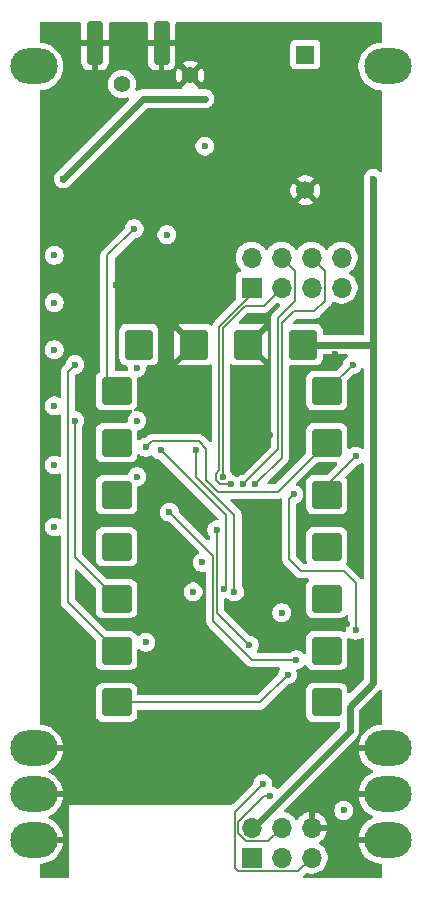
<source format=gbr>
%TF.GenerationSoftware,KiCad,Pcbnew,9.0.0*%
%TF.CreationDate,2025-03-25T21:02:03-05:00*%
%TF.ProjectId,ptSolar,7074536f-6c61-4722-9e6b-696361645f70,rev?*%
%TF.SameCoordinates,Original*%
%TF.FileFunction,Copper,L4,Bot*%
%TF.FilePolarity,Positive*%
%FSLAX46Y46*%
G04 Gerber Fmt 4.6, Leading zero omitted, Abs format (unit mm)*
G04 Created by KiCad (PCBNEW 9.0.0) date 2025-03-25 21:02:03*
%MOMM*%
%LPD*%
G01*
G04 APERTURE LIST*
G04 Aperture macros list*
%AMRoundRect*
0 Rectangle with rounded corners*
0 $1 Rounding radius*
0 $2 $3 $4 $5 $6 $7 $8 $9 X,Y pos of 4 corners*
0 Add a 4 corners polygon primitive as box body*
4,1,4,$2,$3,$4,$5,$6,$7,$8,$9,$2,$3,0*
0 Add four circle primitives for the rounded corners*
1,1,$1+$1,$2,$3*
1,1,$1+$1,$4,$5*
1,1,$1+$1,$6,$7*
1,1,$1+$1,$8,$9*
0 Add four rect primitives between the rounded corners*
20,1,$1+$1,$2,$3,$4,$5,0*
20,1,$1+$1,$4,$5,$6,$7,0*
20,1,$1+$1,$6,$7,$8,$9,0*
20,1,$1+$1,$8,$9,$2,$3,0*%
G04 Aperture macros list end*
%TA.AperFunction,ComponentPad*%
%ADD10O,4.000000X3.000000*%
%TD*%
%TA.AperFunction,ComponentPad*%
%ADD11C,1.400000*%
%TD*%
%TA.AperFunction,SMDPad,CuDef*%
%ADD12RoundRect,0.250000X0.425000X1.600000X-0.425000X1.600000X-0.425000X-1.600000X0.425000X-1.600000X0*%
%TD*%
%TA.AperFunction,ComponentPad*%
%ADD13R,1.700000X1.700000*%
%TD*%
%TA.AperFunction,ComponentPad*%
%ADD14O,1.700000X1.700000*%
%TD*%
%TA.AperFunction,ComponentPad*%
%ADD15R,1.524000X1.524000*%
%TD*%
%TA.AperFunction,ComponentPad*%
%ADD16C,1.524000*%
%TD*%
%TA.AperFunction,SMDPad,CuDef*%
%ADD17RoundRect,0.115000X-1.135000X-1.035000X1.135000X-1.035000X1.135000X1.035000X-1.135000X1.035000X0*%
%TD*%
%TA.AperFunction,SMDPad,CuDef*%
%ADD18RoundRect,0.115000X-1.035000X-1.135000X1.035000X-1.135000X1.035000X1.135000X-1.035000X1.135000X0*%
%TD*%
%TA.AperFunction,ViaPad*%
%ADD19C,0.600000*%
%TD*%
%TA.AperFunction,Conductor*%
%ADD20C,0.600000*%
%TD*%
%TA.AperFunction,Conductor*%
%ADD21C,0.200000*%
%TD*%
G04 APERTURE END LIST*
D10*
%TO.P,PV1,1,V+*%
%TO.N,Net-(D1-A)*%
X137250000Y-72000000D03*
%TO.P,PV1,2,V-*%
%TO.N,GND*%
X137250000Y-129750000D03*
X137250000Y-133625000D03*
X137250000Y-137500000D03*
%TD*%
D11*
%TO.P,ANT2b1,1,Pin_1*%
%TO.N,GND*%
X150500000Y-72750000D03*
%TD*%
D10*
%TO.P,JPV2,1,V+*%
%TO.N,Net-(D2-A)*%
X167250000Y-72000000D03*
%TO.P,JPV2,2,V-*%
%TO.N,GND*%
X167250000Y-129750000D03*
X167250000Y-133625000D03*
X167250000Y-137500000D03*
%TD*%
D11*
%TO.P,ANT2a1,1,Pin_1*%
%TO.N,Net-(ANT2-In)*%
X144750000Y-73500000D03*
%TD*%
D12*
%TO.P,ANT2,2,Ext*%
%TO.N,GND*%
X142425000Y-70000000D03*
X148075000Y-70000000D03*
%TD*%
D13*
%TO.P,J1,1,Pin_1*%
%TO.N,/MISO*%
X155700000Y-139000000D03*
D14*
%TO.P,J1,2,Pin_2*%
%TO.N,+BATT*%
X155700000Y-136460000D03*
%TO.P,J1,3,Pin_3*%
%TO.N,/SCK*%
X158240000Y-139000000D03*
%TO.P,J1,4,Pin_4*%
%TO.N,/MOSI*%
X158240000Y-136460000D03*
%TO.P,J1,5,Pin_5*%
%TO.N,/RESET*%
X160780000Y-139000000D03*
%TO.P,J1,6,Pin_6*%
%TO.N,GND*%
X160780000Y-136460000D03*
%TD*%
D13*
%TO.P,J2,1,Pin_1*%
%TO.N,Net-(J2-Pin_1)*%
X155700000Y-90740000D03*
D14*
%TO.P,J2,2,Pin_2*%
%TO.N,+3.3V*%
X155700000Y-88200000D03*
%TO.P,J2,3,Pin_3*%
%TO.N,Net-(J2-Pin_3)*%
X158240000Y-90740000D03*
%TO.P,J2,4,Pin_4*%
%TO.N,/SCL*%
X158240000Y-88200000D03*
%TO.P,J2,5,Pin_5*%
%TO.N,GND*%
X160780000Y-90740000D03*
%TO.P,J2,6,Pin_6*%
%TO.N,/SDA*%
X160780000Y-88200000D03*
%TO.P,J2,7,Pin_7*%
%TO.N,/DIG-PTT*%
X163320000Y-90740000D03*
%TO.P,J2,8,Pin_8*%
%TO.N,Net-(J2-Pin_8)*%
X163320000Y-88200000D03*
%TD*%
D15*
%TO.P,C1,1*%
%TO.N,Net-(D1-K)*%
X160250000Y-71000000D03*
D16*
%TO.P,C1,2*%
%TO.N,GND*%
X160250000Y-82500000D03*
%TD*%
D17*
%TO.P,U3,1,Squelch*%
%TO.N,unconnected-(U3-Squelch-Pad1)*%
X162065000Y-125860000D03*
%TO.P,U3,2,NC*%
%TO.N,unconnected-(U3-NC-Pad2)*%
X162065000Y-121460000D03*
%TO.P,U3,3,AF-OUT*%
%TO.N,unconnected-(U3-AF-OUT-Pad3)*%
X162065000Y-117060000D03*
%TO.P,U3,4,NC*%
%TO.N,unconnected-(U3-NC-Pad4)*%
X162065000Y-112660000D03*
%TO.P,U3,5,PTT*%
%TO.N,Net-(Q4-C)*%
X162065000Y-108260000D03*
%TO.P,U3,6,POWER_SAVE*%
%TO.N,Net-(Q1-D)*%
X162065000Y-103860000D03*
%TO.P,U3,7,HIGH/LOW*%
%TO.N,Net-(U3-HIGH{slash}LOW)*%
X162065000Y-99460000D03*
D18*
%TO.P,U3,8,VBAT*%
%TO.N,+BATT*%
X160065000Y-95560000D03*
%TO.P,U3,9,GND*%
%TO.N,GND*%
X155431666Y-95560000D03*
%TO.P,U3,10,GND*%
X150798333Y-95560000D03*
%TO.P,U3,11,NC*%
%TO.N,unconnected-(U3-NC-Pad11)*%
X146165000Y-95560000D03*
D17*
%TO.P,U3,12,ANTENNA*%
%TO.N,Net-(U3-ANTENNA)*%
X144265000Y-99460000D03*
%TO.P,U3,13,NC*%
%TO.N,unconnected-(U3-NC-Pad13)*%
X144265000Y-103860000D03*
%TO.P,U3,14,NC*%
%TO.N,unconnected-(U3-NC-Pad14)*%
X144265000Y-108260000D03*
%TO.P,U3,15,NC*%
%TO.N,unconnected-(U3-NC-Pad15)*%
X144265000Y-112660000D03*
%TO.P,U3,16,RX_DATA*%
%TO.N,Net-(Q2-D)*%
X144265000Y-117060000D03*
%TO.P,U3,17,TX_DATA*%
%TO.N,Net-(Q3-D)*%
X144265000Y-121460000D03*
%TO.P,U3,18,MIC-IN*%
%TO.N,Net-(U3-MIC-IN)*%
X144265000Y-125860000D03*
%TD*%
D19*
%TO.N,GND*%
X160000000Y-109500000D03*
%TO.N,Net-(C15-Pad2)*%
X164500000Y-119750000D03*
X159250000Y-108250000D03*
%TO.N,GND*%
X157250000Y-103250000D03*
%TO.N,+BATT*%
X139000000Y-105750000D03*
X139000000Y-96000000D03*
X151750000Y-78750000D03*
X166000000Y-81500000D03*
X139000000Y-100750000D03*
X166000000Y-108500000D03*
X139000000Y-111000000D03*
X139000000Y-92000000D03*
X139000000Y-88000000D03*
%TO.N,GND*%
X151000000Y-85000000D03*
X151000000Y-81500000D03*
X142500000Y-85500000D03*
X165250000Y-69000000D03*
X163750000Y-119250000D03*
X148750000Y-120000000D03*
X153000000Y-131250000D03*
X140750000Y-94000000D03*
X139750000Y-69000000D03*
X165750000Y-77000000D03*
X144250000Y-90500000D03*
X151250000Y-92500000D03*
X151750000Y-69000000D03*
X151250000Y-89750000D03*
X157750000Y-109500000D03*
X162750000Y-96360000D03*
X155250000Y-113250000D03*
X150500000Y-114500000D03*
X164500000Y-93250000D03*
X151000000Y-76750000D03*
X139000000Y-123750000D03*
X156000000Y-93250000D03*
X150500000Y-112750000D03*
X139000000Y-113750000D03*
X153000000Y-123250000D03*
%TO.N,/RESET*%
X156650000Y-132750000D03*
X152750000Y-111250000D03*
X155500000Y-121000000D03*
%TO.N,/MOSI*%
X157250000Y-133750000D03*
%TO.N,/SCL*%
X155000000Y-107400000D03*
%TO.N,/SDA*%
X156000000Y-107400000D03*
%TO.N,+3.3V*%
X163500000Y-135000000D03*
X151500000Y-114000000D03*
X158250000Y-118250000D03*
X148531250Y-86250000D03*
X146750000Y-120750000D03*
X146000000Y-106750000D03*
X146000000Y-97500000D03*
X146000000Y-102000000D03*
%TO.N,Net-(D1-K)*%
X139750000Y-81500000D03*
X151750000Y-74750000D03*
%TO.N,Net-(Q1-D)*%
X146750000Y-104250000D03*
%TO.N,Net-(Q3-D)*%
X140750000Y-97250000D03*
%TO.N,Net-(Q3-S)*%
X154250000Y-116500000D03*
X151000000Y-104500000D03*
%TO.N,Net-(U2-PD3)*%
X148750000Y-109750000D03*
X159500000Y-122250000D03*
%TO.N,Net-(U3-MIC-IN)*%
X158750000Y-123500000D03*
%TO.N,Net-(U3-ANTENNA)*%
X145750000Y-85750000D03*
%TO.N,Net-(J2-Pin_1)*%
X153925735Y-107400000D03*
%TO.N,Net-(J2-Pin_8)*%
X150750000Y-116500000D03*
%TO.N,Net-(J2-Pin_3)*%
X153250000Y-106750000D03*
%TO.N,Net-(Q2-D)*%
X140750000Y-102000000D03*
%TO.N,Net-(Q2-S)*%
X148000000Y-104500000D03*
X153350000Y-116250000D03*
%TO.N,Net-(Q4-C)*%
X164500000Y-105000000D03*
%TO.N,Net-(U3-HIGH{slash}LOW)*%
X164250000Y-97250000D03*
%TD*%
D20*
%TO.N,+BATT*%
X155790000Y-136460000D02*
X155700000Y-136460000D01*
X164000000Y-128250000D02*
X155790000Y-136460000D01*
X164000000Y-126210787D02*
X164000000Y-128250000D01*
X166000000Y-108500000D02*
X166000000Y-124210787D01*
X166000000Y-124210787D02*
X164000000Y-126210787D01*
D21*
%TO.N,Net-(C15-Pad2)*%
X158899000Y-108601000D02*
X159250000Y-108250000D01*
X158899000Y-113753498D02*
X158899000Y-108601000D01*
X163500000Y-114750000D02*
X159895502Y-114750000D01*
X164500000Y-115750000D02*
X163500000Y-114750000D01*
X164500000Y-119750000D02*
X164500000Y-115750000D01*
X159895502Y-114750000D02*
X158899000Y-113753498D01*
%TO.N,Net-(U3-MIC-IN)*%
X156390000Y-125860000D02*
X144265000Y-125860000D01*
X158750000Y-123500000D02*
X156390000Y-125860000D01*
D20*
%TO.N,+BATT*%
X166000000Y-95500000D02*
X166000000Y-90774999D01*
X166000000Y-90774999D02*
X166000000Y-81500000D01*
X160065000Y-95560000D02*
X165940000Y-95560000D01*
X165940000Y-95560000D02*
X166000000Y-95500000D01*
X166000000Y-108500000D02*
X166000000Y-90774999D01*
D21*
%TO.N,/RESET*%
X154260000Y-139860000D02*
X154550000Y-140150000D01*
X159630000Y-140150000D02*
X160780000Y-139000000D01*
X152750000Y-118250000D02*
X152750000Y-111250000D01*
X155500000Y-121000000D02*
X152750000Y-118250000D01*
X154260000Y-135140000D02*
X154260000Y-139860000D01*
X156650000Y-132750000D02*
X154260000Y-135140000D01*
X154550000Y-140150000D02*
X159630000Y-140150000D01*
%TO.N,/MOSI*%
X154550000Y-135983654D02*
X154550000Y-136936346D01*
X157250000Y-133750000D02*
X156783654Y-133750000D01*
X154550000Y-136936346D02*
X155223654Y-137610000D01*
X155223654Y-137610000D02*
X157090000Y-137610000D01*
X157090000Y-137610000D02*
X158240000Y-136460000D01*
X156783654Y-133750000D02*
X154550000Y-135983654D01*
%TO.N,/SCL*%
X159390000Y-89350000D02*
X158240000Y-88200000D01*
X159390000Y-91860000D02*
X159390000Y-89350000D01*
X157960000Y-104440000D02*
X157960000Y-93290000D01*
X157960000Y-93290000D02*
X159390000Y-91860000D01*
X155000000Y-107400000D02*
X157960000Y-104440000D01*
%TO.N,/SDA*%
X158250000Y-105150000D02*
X156000000Y-107400000D01*
X161010000Y-92750000D02*
X159250000Y-92750000D01*
X161930000Y-91830000D02*
X161010000Y-92750000D01*
X159250000Y-92750000D02*
X158250000Y-93750000D01*
X161930000Y-89350000D02*
X161930000Y-91830000D01*
X160780000Y-88200000D02*
X161930000Y-89350000D01*
X158250000Y-93750000D02*
X158250000Y-105150000D01*
D20*
%TO.N,Net-(D1-K)*%
X139750000Y-81500000D02*
X146500000Y-74750000D01*
X146500000Y-74750000D02*
X151750000Y-74750000D01*
D21*
%TO.N,Net-(Q1-D)*%
X157925000Y-108000000D02*
X152839878Y-108000000D01*
X151860000Y-107020122D02*
X151860000Y-104360000D01*
X152839878Y-108000000D02*
X151860000Y-107020122D01*
X151860000Y-104360000D02*
X151250000Y-103750000D01*
X162065000Y-103860000D02*
X157925000Y-108000000D01*
X151250000Y-103750000D02*
X147250000Y-103750000D01*
X147250000Y-103750000D02*
X146750000Y-104250000D01*
%TO.N,Net-(Q3-D)*%
X140150000Y-117345000D02*
X144265000Y-121460000D01*
X140750000Y-97250000D02*
X140150000Y-97850000D01*
X140150000Y-97850000D02*
X140150000Y-117345000D01*
%TO.N,Net-(Q3-S)*%
X151000000Y-104500000D02*
X151000000Y-106750000D01*
X154250000Y-110000000D02*
X154250000Y-116500000D01*
X151000000Y-106750000D02*
X154250000Y-110000000D01*
%TO.N,Net-(U2-PD3)*%
X152460000Y-113460000D02*
X152460000Y-118960000D01*
X148750000Y-109750000D02*
X152460000Y-113460000D01*
X155750000Y-122250000D02*
X159500000Y-122250000D01*
X152460000Y-118960000D02*
X155750000Y-122250000D01*
%TO.N,Net-(U3-ANTENNA)*%
X144265000Y-99460000D02*
X143500000Y-98695000D01*
X143500000Y-88000000D02*
X145750000Y-85750000D01*
X143500000Y-98695000D02*
X143500000Y-88000000D01*
%TO.N,Net-(J2-Pin_1)*%
X152960000Y-106191471D02*
X152960000Y-94040000D01*
X155700000Y-91300000D02*
X155700000Y-90740000D01*
X153025000Y-107400000D02*
X152650000Y-107025000D01*
X152650000Y-107025000D02*
X152650000Y-106501471D01*
X152650000Y-106501471D02*
X152960000Y-106191471D01*
X153925735Y-107400000D02*
X153025000Y-107400000D01*
X152960000Y-94040000D02*
X155700000Y-91300000D01*
%TO.N,Net-(J2-Pin_3)*%
X155160122Y-92250000D02*
X156750000Y-92250000D01*
X153250000Y-94160122D02*
X155160122Y-92250000D01*
X156750000Y-92250000D02*
X158240000Y-90760000D01*
X158240000Y-90760000D02*
X158240000Y-90740000D01*
X153250000Y-106750000D02*
X153250000Y-94160122D01*
%TO.N,Net-(Q2-D)*%
X140750000Y-113545000D02*
X144265000Y-117060000D01*
X140750000Y-102000000D02*
X140750000Y-113545000D01*
%TO.N,Net-(Q2-S)*%
X153350000Y-116250000D02*
X153500000Y-116100000D01*
X153500000Y-110000000D02*
X148000000Y-104500000D01*
X153500000Y-116100000D02*
X153500000Y-110000000D01*
%TO.N,Net-(Q4-C)*%
X162065000Y-107435000D02*
X162065000Y-108260000D01*
X164500000Y-105000000D02*
X162065000Y-107435000D01*
%TO.N,Net-(U3-HIGH{slash}LOW)*%
X164250000Y-97250000D02*
X162065000Y-99435000D01*
X162065000Y-99435000D02*
X162065000Y-99460000D01*
%TD*%
%TA.AperFunction,Conductor*%
%TO.N,GND*%
G36*
X141193039Y-68270185D02*
G01*
X141238794Y-68322989D01*
X141250000Y-68374500D01*
X141250000Y-69750000D01*
X143599999Y-69750000D01*
X143599999Y-68374500D01*
X143619684Y-68307461D01*
X143672488Y-68261706D01*
X143723999Y-68250500D01*
X146776000Y-68250500D01*
X146843039Y-68270185D01*
X146888794Y-68322989D01*
X146900000Y-68374500D01*
X146900000Y-69750000D01*
X149249999Y-69750000D01*
X149249999Y-68374500D01*
X149269684Y-68307461D01*
X149322488Y-68261706D01*
X149373999Y-68250500D01*
X166625500Y-68250500D01*
X166692539Y-68270185D01*
X166738294Y-68322989D01*
X166749500Y-68374500D01*
X166749500Y-69875500D01*
X166729815Y-69942539D01*
X166677011Y-69988294D01*
X166625500Y-69999500D01*
X166618872Y-69999500D01*
X166387772Y-70029926D01*
X166358884Y-70033730D01*
X166105581Y-70101602D01*
X166105571Y-70101605D01*
X165863309Y-70201953D01*
X165863299Y-70201958D01*
X165636196Y-70333075D01*
X165428148Y-70492718D01*
X165242718Y-70678148D01*
X165083075Y-70886196D01*
X164951958Y-71113299D01*
X164951953Y-71113309D01*
X164851605Y-71355571D01*
X164851602Y-71355581D01*
X164783730Y-71608885D01*
X164749500Y-71868872D01*
X164749500Y-72131127D01*
X164770333Y-72289362D01*
X164783730Y-72391116D01*
X164838523Y-72595606D01*
X164851602Y-72644418D01*
X164851605Y-72644428D01*
X164951953Y-72886690D01*
X164951958Y-72886700D01*
X165083075Y-73113803D01*
X165242718Y-73321851D01*
X165242726Y-73321860D01*
X165428140Y-73507274D01*
X165428148Y-73507281D01*
X165636196Y-73666924D01*
X165863299Y-73798041D01*
X165863309Y-73798046D01*
X166053948Y-73877011D01*
X166105581Y-73898398D01*
X166358884Y-73966270D01*
X166618880Y-74000500D01*
X166625500Y-74000500D01*
X166692539Y-74020185D01*
X166738294Y-74072989D01*
X166749500Y-74124500D01*
X166749500Y-80818059D01*
X166729815Y-80885098D01*
X166677011Y-80930853D01*
X166607853Y-80940797D01*
X166544297Y-80911772D01*
X166537819Y-80905740D01*
X166510292Y-80878213D01*
X166510288Y-80878210D01*
X166379185Y-80790609D01*
X166379172Y-80790602D01*
X166233501Y-80730264D01*
X166233489Y-80730261D01*
X166078845Y-80699500D01*
X166078842Y-80699500D01*
X165921158Y-80699500D01*
X165921155Y-80699500D01*
X165766510Y-80730261D01*
X165766498Y-80730264D01*
X165620827Y-80790602D01*
X165620814Y-80790609D01*
X165489711Y-80878210D01*
X165489707Y-80878213D01*
X165378213Y-80989707D01*
X165378210Y-80989711D01*
X165290609Y-81120814D01*
X165290602Y-81120827D01*
X165230264Y-81266498D01*
X165230261Y-81266510D01*
X165199500Y-81421153D01*
X165199500Y-94635500D01*
X165179815Y-94702539D01*
X165127011Y-94748294D01*
X165075500Y-94759500D01*
X161839499Y-94759500D01*
X161772460Y-94739815D01*
X161726705Y-94687011D01*
X161715499Y-94635500D01*
X161715499Y-94362853D01*
X161715498Y-94362828D01*
X161715225Y-94359370D01*
X161712754Y-94327949D01*
X161669368Y-94178613D01*
X161590206Y-94044757D01*
X161590204Y-94044755D01*
X161590201Y-94044751D01*
X161480248Y-93934798D01*
X161480240Y-93934792D01*
X161346387Y-93855632D01*
X161346382Y-93855630D01*
X161197055Y-93812246D01*
X161197049Y-93812245D01*
X161162166Y-93809500D01*
X161162159Y-93809500D01*
X159339097Y-93809500D01*
X159272058Y-93789815D01*
X159226303Y-93737011D01*
X159216359Y-93667853D01*
X159245384Y-93604297D01*
X159251416Y-93597819D01*
X159462417Y-93386819D01*
X159523740Y-93353334D01*
X159550098Y-93350500D01*
X160923331Y-93350500D01*
X160923347Y-93350501D01*
X160930943Y-93350501D01*
X161089054Y-93350501D01*
X161089057Y-93350501D01*
X161241785Y-93309577D01*
X161291904Y-93280639D01*
X161378716Y-93230520D01*
X161490520Y-93118716D01*
X161490520Y-93118714D01*
X161500728Y-93108507D01*
X161500730Y-93108504D01*
X162288506Y-92320728D01*
X162288511Y-92320724D01*
X162298714Y-92310520D01*
X162298716Y-92310520D01*
X162410520Y-92198716D01*
X162489577Y-92061784D01*
X162503982Y-92008021D01*
X162540345Y-91948363D01*
X162603191Y-91917833D01*
X162672567Y-91926127D01*
X162680051Y-91929631D01*
X162801588Y-91991557D01*
X163003757Y-92057246D01*
X163213713Y-92090500D01*
X163213714Y-92090500D01*
X163426286Y-92090500D01*
X163426287Y-92090500D01*
X163636243Y-92057246D01*
X163838412Y-91991557D01*
X164027816Y-91895051D01*
X164124575Y-91824752D01*
X164199786Y-91770109D01*
X164199788Y-91770106D01*
X164199792Y-91770104D01*
X164350104Y-91619792D01*
X164350106Y-91619788D01*
X164350109Y-91619786D01*
X164475048Y-91447820D01*
X164475047Y-91447820D01*
X164475051Y-91447816D01*
X164571557Y-91258412D01*
X164637246Y-91056243D01*
X164670500Y-90846287D01*
X164670500Y-90633713D01*
X164637246Y-90423757D01*
X164571557Y-90221588D01*
X164475051Y-90032184D01*
X164475049Y-90032181D01*
X164475048Y-90032179D01*
X164350109Y-89860213D01*
X164199786Y-89709890D01*
X164027820Y-89584951D01*
X164027115Y-89584591D01*
X164019054Y-89580485D01*
X163968259Y-89532512D01*
X163951463Y-89464692D01*
X163973999Y-89398556D01*
X164019054Y-89359515D01*
X164027816Y-89355051D01*
X164070085Y-89324341D01*
X164199786Y-89230109D01*
X164199788Y-89230106D01*
X164199792Y-89230104D01*
X164350104Y-89079792D01*
X164350106Y-89079788D01*
X164350109Y-89079786D01*
X164475048Y-88907820D01*
X164475047Y-88907820D01*
X164475051Y-88907816D01*
X164571557Y-88718412D01*
X164637246Y-88516243D01*
X164670500Y-88306287D01*
X164670500Y-88093713D01*
X164637246Y-87883757D01*
X164571557Y-87681588D01*
X164475051Y-87492184D01*
X164475049Y-87492181D01*
X164475048Y-87492179D01*
X164350109Y-87320213D01*
X164199786Y-87169890D01*
X164027820Y-87044951D01*
X163838414Y-86948444D01*
X163838413Y-86948443D01*
X163838412Y-86948443D01*
X163636243Y-86882754D01*
X163636241Y-86882753D01*
X163636240Y-86882753D01*
X163474957Y-86857208D01*
X163426287Y-86849500D01*
X163213713Y-86849500D01*
X163165042Y-86857208D01*
X163003760Y-86882753D01*
X162801585Y-86948444D01*
X162612179Y-87044951D01*
X162440213Y-87169890D01*
X162289890Y-87320213D01*
X162164949Y-87492182D01*
X162160484Y-87500946D01*
X162112509Y-87551742D01*
X162044688Y-87568536D01*
X161978553Y-87545998D01*
X161939516Y-87500946D01*
X161935050Y-87492182D01*
X161810109Y-87320213D01*
X161659786Y-87169890D01*
X161487820Y-87044951D01*
X161298414Y-86948444D01*
X161298413Y-86948443D01*
X161298412Y-86948443D01*
X161096243Y-86882754D01*
X161096241Y-86882753D01*
X161096240Y-86882753D01*
X160934957Y-86857208D01*
X160886287Y-86849500D01*
X160673713Y-86849500D01*
X160625042Y-86857208D01*
X160463760Y-86882753D01*
X160261585Y-86948444D01*
X160072179Y-87044951D01*
X159900213Y-87169890D01*
X159749890Y-87320213D01*
X159624949Y-87492182D01*
X159620484Y-87500946D01*
X159572509Y-87551742D01*
X159504688Y-87568536D01*
X159438553Y-87545998D01*
X159399516Y-87500946D01*
X159395050Y-87492182D01*
X159270109Y-87320213D01*
X159119786Y-87169890D01*
X158947820Y-87044951D01*
X158758414Y-86948444D01*
X158758413Y-86948443D01*
X158758412Y-86948443D01*
X158556243Y-86882754D01*
X158556241Y-86882753D01*
X158556240Y-86882753D01*
X158394957Y-86857208D01*
X158346287Y-86849500D01*
X158133713Y-86849500D01*
X158085042Y-86857208D01*
X157923760Y-86882753D01*
X157721585Y-86948444D01*
X157532179Y-87044951D01*
X157360213Y-87169890D01*
X157209890Y-87320213D01*
X157084949Y-87492182D01*
X157080484Y-87500946D01*
X157032509Y-87551742D01*
X156964688Y-87568536D01*
X156898553Y-87545998D01*
X156859516Y-87500946D01*
X156855050Y-87492182D01*
X156730109Y-87320213D01*
X156579786Y-87169890D01*
X156407820Y-87044951D01*
X156218414Y-86948444D01*
X156218413Y-86948443D01*
X156218412Y-86948443D01*
X156016243Y-86882754D01*
X156016241Y-86882753D01*
X156016240Y-86882753D01*
X155854957Y-86857208D01*
X155806287Y-86849500D01*
X155593713Y-86849500D01*
X155545042Y-86857208D01*
X155383760Y-86882753D01*
X155181585Y-86948444D01*
X154992179Y-87044951D01*
X154820213Y-87169890D01*
X154669890Y-87320213D01*
X154544951Y-87492179D01*
X154448444Y-87681585D01*
X154382753Y-87883760D01*
X154349500Y-88093713D01*
X154349500Y-88306286D01*
X154382753Y-88516239D01*
X154448444Y-88718414D01*
X154544951Y-88907820D01*
X154669890Y-89079786D01*
X154783430Y-89193326D01*
X154816915Y-89254649D01*
X154811931Y-89324341D01*
X154770059Y-89380274D01*
X154739083Y-89397189D01*
X154607669Y-89446203D01*
X154607664Y-89446206D01*
X154492455Y-89532452D01*
X154492452Y-89532455D01*
X154406206Y-89647664D01*
X154406202Y-89647671D01*
X154355908Y-89782517D01*
X154349501Y-89842116D01*
X154349500Y-89842135D01*
X154349500Y-91637870D01*
X154349501Y-91637876D01*
X154355909Y-91697484D01*
X154357692Y-91705029D01*
X154355361Y-91705579D01*
X154359494Y-91763441D01*
X154326011Y-91824752D01*
X152591286Y-93559478D01*
X152479481Y-93671282D01*
X152479480Y-93671284D01*
X152429360Y-93758095D01*
X152400423Y-93808215D01*
X152385496Y-93863919D01*
X152382120Y-93871883D01*
X152365231Y-93892484D01*
X152351367Y-93915231D01*
X152343423Y-93919089D01*
X152337825Y-93925919D01*
X152312482Y-93934119D01*
X152288520Y-93945759D01*
X152279751Y-93944710D01*
X152271349Y-93947429D01*
X152245593Y-93940625D01*
X152219144Y-93937462D01*
X152204839Y-93930207D01*
X152079524Y-93856097D01*
X152079515Y-93856093D01*
X151930309Y-93812744D01*
X151930303Y-93812743D01*
X151895439Y-93810000D01*
X149701237Y-93810000D01*
X149701215Y-93810001D01*
X149666360Y-93812744D01*
X149517150Y-93856093D01*
X149517140Y-93856097D01*
X149473682Y-93881797D01*
X150887428Y-95295543D01*
X150920913Y-95356866D01*
X150915929Y-95426558D01*
X150887428Y-95470905D01*
X150798333Y-95560000D01*
X150887427Y-95649094D01*
X150920912Y-95710417D01*
X150915928Y-95780109D01*
X150887427Y-95824456D01*
X149473682Y-97238200D01*
X149517147Y-97263905D01*
X149517150Y-97263906D01*
X149666356Y-97307255D01*
X149666362Y-97307256D01*
X149701226Y-97309999D01*
X151895428Y-97309999D01*
X151895450Y-97309998D01*
X151930305Y-97307255D01*
X152079515Y-97263906D01*
X152079520Y-97263904D01*
X152172379Y-97208988D01*
X152240103Y-97191805D01*
X152306365Y-97213965D01*
X152350129Y-97268431D01*
X152359500Y-97315720D01*
X152359500Y-103710903D01*
X152339815Y-103777942D01*
X152287011Y-103823697D01*
X152217853Y-103833641D01*
X152154297Y-103804616D01*
X152147819Y-103798584D01*
X151737590Y-103388355D01*
X151737588Y-103388352D01*
X151618717Y-103269481D01*
X151618716Y-103269480D01*
X151531904Y-103219360D01*
X151531904Y-103219359D01*
X151531900Y-103219358D01*
X151481785Y-103190423D01*
X151329057Y-103149499D01*
X151170943Y-103149499D01*
X151163347Y-103149499D01*
X151163331Y-103149500D01*
X147336670Y-103149500D01*
X147336654Y-103149499D01*
X147329058Y-103149499D01*
X147170943Y-103149499D01*
X147094579Y-103169961D01*
X147018214Y-103190423D01*
X147018209Y-103190426D01*
X146881290Y-103269475D01*
X146881286Y-103269478D01*
X146735337Y-103415427D01*
X146674014Y-103448911D01*
X146671848Y-103449362D01*
X146516508Y-103480261D01*
X146516498Y-103480264D01*
X146370827Y-103540602D01*
X146370814Y-103540609D01*
X146239711Y-103628210D01*
X146239707Y-103628213D01*
X146227180Y-103640741D01*
X146165857Y-103674226D01*
X146096165Y-103669242D01*
X146040232Y-103627370D01*
X146015815Y-103561906D01*
X146015499Y-103553060D01*
X146015499Y-102914864D01*
X146035184Y-102847825D01*
X146087988Y-102802070D01*
X146115308Y-102793247D01*
X146174202Y-102781531D01*
X146233497Y-102769737D01*
X146379179Y-102709394D01*
X146510289Y-102621789D01*
X146621789Y-102510289D01*
X146709394Y-102379179D01*
X146769737Y-102233497D01*
X146800500Y-102078842D01*
X146800500Y-101921158D01*
X146800500Y-101921155D01*
X146800499Y-101921153D01*
X146769738Y-101766510D01*
X146769737Y-101766503D01*
X146769735Y-101766498D01*
X146709397Y-101620827D01*
X146709390Y-101620814D01*
X146621789Y-101489711D01*
X146621786Y-101489707D01*
X146510292Y-101378213D01*
X146510288Y-101378210D01*
X146379185Y-101290609D01*
X146379172Y-101290602D01*
X146233501Y-101230264D01*
X146233489Y-101230261D01*
X146078845Y-101199500D01*
X146078842Y-101199500D01*
X145921158Y-101199500D01*
X145875583Y-101208565D01*
X145805991Y-101202336D01*
X145750815Y-101159473D01*
X145727571Y-101093583D01*
X145743639Y-101025586D01*
X145775399Y-100988963D01*
X145780241Y-100985207D01*
X145780243Y-100985206D01*
X145890206Y-100875243D01*
X145969368Y-100741387D01*
X146012754Y-100592051D01*
X146015500Y-100557159D01*
X146015499Y-98414863D01*
X146035184Y-98347825D01*
X146087987Y-98302070D01*
X146115308Y-98293247D01*
X146174202Y-98281531D01*
X146233497Y-98269737D01*
X146379179Y-98209394D01*
X146510289Y-98121789D01*
X146621789Y-98010289D01*
X146709394Y-97879179D01*
X146769737Y-97733497D01*
X146800500Y-97578842D01*
X146800500Y-97434499D01*
X146820185Y-97367460D01*
X146872989Y-97321705D01*
X146924500Y-97310499D01*
X147262146Y-97310499D01*
X147262158Y-97310499D01*
X147297051Y-97307754D01*
X147446387Y-97264368D01*
X147580243Y-97185206D01*
X147690206Y-97075243D01*
X147769368Y-96941387D01*
X147812754Y-96792051D01*
X147815500Y-96757159D01*
X147815499Y-94362886D01*
X149148333Y-94362886D01*
X149148333Y-96757095D01*
X149148334Y-96757117D01*
X149151076Y-96791969D01*
X149164974Y-96839806D01*
X150444781Y-95560000D01*
X150444781Y-95559999D01*
X149164974Y-94280192D01*
X149151077Y-94328028D01*
X149151076Y-94328033D01*
X149148333Y-94362886D01*
X147815499Y-94362886D01*
X147815499Y-94362842D01*
X147812754Y-94327949D01*
X147769368Y-94178613D01*
X147690206Y-94044757D01*
X147690204Y-94044755D01*
X147690201Y-94044751D01*
X147580248Y-93934798D01*
X147580240Y-93934792D01*
X147446387Y-93855632D01*
X147446382Y-93855630D01*
X147297055Y-93812246D01*
X147297049Y-93812245D01*
X147262159Y-93809500D01*
X145067853Y-93809500D01*
X145067828Y-93809501D01*
X145032948Y-93812246D01*
X144883617Y-93855630D01*
X144883612Y-93855632D01*
X144749759Y-93934792D01*
X144749751Y-93934798D01*
X144639798Y-94044751D01*
X144639792Y-94044759D01*
X144560632Y-94178612D01*
X144560630Y-94178617D01*
X144517246Y-94327944D01*
X144517245Y-94327950D01*
X144514500Y-94362833D01*
X144514500Y-96757146D01*
X144514501Y-96757171D01*
X144517246Y-96792051D01*
X144560630Y-96941382D01*
X144560632Y-96941387D01*
X144639792Y-97075240D01*
X144639798Y-97075248D01*
X144749751Y-97185201D01*
X144749755Y-97185204D01*
X144749757Y-97185206D01*
X144883613Y-97264368D01*
X144897598Y-97268431D01*
X145032944Y-97307753D01*
X145032947Y-97307753D01*
X145032949Y-97307754D01*
X145067841Y-97310500D01*
X145075491Y-97310499D01*
X145142529Y-97330177D01*
X145188289Y-97382976D01*
X145199500Y-97434499D01*
X145199500Y-97578846D01*
X145215903Y-97661309D01*
X145209676Y-97730900D01*
X145166813Y-97786078D01*
X145100923Y-97809322D01*
X145094286Y-97809500D01*
X144224500Y-97809500D01*
X144157461Y-97789815D01*
X144111706Y-97737011D01*
X144100500Y-97685500D01*
X144100500Y-88300097D01*
X144120185Y-88233058D01*
X144136819Y-88212416D01*
X144859528Y-87489707D01*
X145764664Y-86584571D01*
X145825985Y-86551088D01*
X145828152Y-86550637D01*
X145828841Y-86550500D01*
X145828842Y-86550500D01*
X145983497Y-86519737D01*
X146129179Y-86459394D01*
X146260289Y-86371789D01*
X146371789Y-86260289D01*
X146431348Y-86171153D01*
X147730750Y-86171153D01*
X147730750Y-86328846D01*
X147761511Y-86483489D01*
X147761514Y-86483501D01*
X147821852Y-86629172D01*
X147821859Y-86629185D01*
X147909460Y-86760288D01*
X147909463Y-86760292D01*
X148020957Y-86871786D01*
X148020961Y-86871789D01*
X148152064Y-86959390D01*
X148152077Y-86959397D01*
X148297748Y-87019735D01*
X148297753Y-87019737D01*
X148452403Y-87050499D01*
X148452406Y-87050500D01*
X148452408Y-87050500D01*
X148610094Y-87050500D01*
X148610095Y-87050499D01*
X148764747Y-87019737D01*
X148910429Y-86959394D01*
X149041539Y-86871789D01*
X149153039Y-86760289D01*
X149240644Y-86629179D01*
X149300987Y-86483497D01*
X149331750Y-86328842D01*
X149331750Y-86171158D01*
X149331750Y-86171155D01*
X149331749Y-86171153D01*
X149300988Y-86016510D01*
X149300987Y-86016503D01*
X149287312Y-85983489D01*
X149240647Y-85870827D01*
X149240640Y-85870814D01*
X149153039Y-85739711D01*
X149153036Y-85739707D01*
X149041542Y-85628213D01*
X149041538Y-85628210D01*
X148910435Y-85540609D01*
X148910422Y-85540602D01*
X148764751Y-85480264D01*
X148764739Y-85480261D01*
X148610095Y-85449500D01*
X148610092Y-85449500D01*
X148452408Y-85449500D01*
X148452405Y-85449500D01*
X148297760Y-85480261D01*
X148297748Y-85480264D01*
X148152077Y-85540602D01*
X148152064Y-85540609D01*
X148020961Y-85628210D01*
X148020957Y-85628213D01*
X147909463Y-85739707D01*
X147909460Y-85739711D01*
X147821859Y-85870814D01*
X147821852Y-85870827D01*
X147761514Y-86016498D01*
X147761511Y-86016510D01*
X147730750Y-86171153D01*
X146431348Y-86171153D01*
X146459394Y-86129179D01*
X146519737Y-85983497D01*
X146550500Y-85828842D01*
X146550500Y-85671158D01*
X146550500Y-85671155D01*
X146550499Y-85671153D01*
X146524531Y-85540606D01*
X146519737Y-85516503D01*
X146519735Y-85516498D01*
X146459397Y-85370827D01*
X146459390Y-85370814D01*
X146371789Y-85239711D01*
X146371786Y-85239707D01*
X146260292Y-85128213D01*
X146260288Y-85128210D01*
X146129185Y-85040609D01*
X146129172Y-85040602D01*
X145983501Y-84980264D01*
X145983489Y-84980261D01*
X145828845Y-84949500D01*
X145828842Y-84949500D01*
X145671158Y-84949500D01*
X145671155Y-84949500D01*
X145516510Y-84980261D01*
X145516498Y-84980264D01*
X145370827Y-85040602D01*
X145370814Y-85040609D01*
X145239711Y-85128210D01*
X145239707Y-85128213D01*
X145128213Y-85239707D01*
X145128210Y-85239711D01*
X145040609Y-85370814D01*
X145040602Y-85370827D01*
X144980264Y-85516498D01*
X144980261Y-85516508D01*
X144949362Y-85671848D01*
X144916977Y-85733759D01*
X144915426Y-85735337D01*
X143131286Y-87519478D01*
X143019481Y-87631282D01*
X143019479Y-87631285D01*
X142969361Y-87718094D01*
X142969359Y-87718096D01*
X142940425Y-87768209D01*
X142940424Y-87768210D01*
X142940423Y-87768215D01*
X142899499Y-87920943D01*
X142899499Y-87920945D01*
X142899499Y-88089046D01*
X142899500Y-88089059D01*
X142899500Y-97775507D01*
X142879815Y-97842546D01*
X142838622Y-97882239D01*
X142749757Y-97934794D01*
X142749751Y-97934798D01*
X142639798Y-98044751D01*
X142639792Y-98044759D01*
X142560632Y-98178612D01*
X142560630Y-98178617D01*
X142517246Y-98327944D01*
X142517245Y-98327950D01*
X142514500Y-98362833D01*
X142514500Y-100557146D01*
X142514501Y-100557171D01*
X142517246Y-100592051D01*
X142560630Y-100741382D01*
X142560632Y-100741387D01*
X142639792Y-100875240D01*
X142639798Y-100875248D01*
X142749751Y-100985201D01*
X142749755Y-100985204D01*
X142749757Y-100985206D01*
X142883613Y-101064368D01*
X142922994Y-101075809D01*
X143032944Y-101107753D01*
X143032947Y-101107753D01*
X143032949Y-101107754D01*
X143067841Y-101110500D01*
X145462158Y-101110499D01*
X145473808Y-101109582D01*
X145542184Y-101123943D01*
X145591943Y-101172992D01*
X145607284Y-101241157D01*
X145583338Y-101306795D01*
X145552432Y-101336300D01*
X145489713Y-101378208D01*
X145489707Y-101378213D01*
X145378213Y-101489707D01*
X145378210Y-101489711D01*
X145290609Y-101620814D01*
X145290602Y-101620827D01*
X145230264Y-101766498D01*
X145230261Y-101766510D01*
X145199500Y-101921153D01*
X145199500Y-102084934D01*
X145196791Y-102084934D01*
X145185865Y-102142136D01*
X145137734Y-102192784D01*
X145075555Y-102209500D01*
X143067853Y-102209500D01*
X143067828Y-102209501D01*
X143032948Y-102212246D01*
X142883617Y-102255630D01*
X142883612Y-102255632D01*
X142749759Y-102334792D01*
X142749751Y-102334798D01*
X142639798Y-102444751D01*
X142639792Y-102444759D01*
X142560632Y-102578612D01*
X142560630Y-102578617D01*
X142517246Y-102727944D01*
X142517245Y-102727950D01*
X142514500Y-102762833D01*
X142514500Y-104957146D01*
X142514501Y-104957171D01*
X142517246Y-104992051D01*
X142560630Y-105141382D01*
X142560632Y-105141387D01*
X142639792Y-105275240D01*
X142639798Y-105275248D01*
X142749751Y-105385201D01*
X142749755Y-105385204D01*
X142749757Y-105385206D01*
X142883613Y-105464368D01*
X142922994Y-105475809D01*
X143032944Y-105507753D01*
X143032947Y-105507753D01*
X143032949Y-105507754D01*
X143067841Y-105510500D01*
X145462158Y-105510499D01*
X145497051Y-105507754D01*
X145646387Y-105464368D01*
X145780243Y-105385206D01*
X145890206Y-105275243D01*
X145969368Y-105141387D01*
X146004710Y-105019738D01*
X146012753Y-104992055D01*
X146012754Y-104992049D01*
X146015500Y-104957159D01*
X146015499Y-104946946D01*
X146035178Y-104879909D01*
X146087979Y-104834150D01*
X146157136Y-104824201D01*
X146220694Y-104853221D01*
X146227180Y-104859259D01*
X146239707Y-104871786D01*
X146239711Y-104871789D01*
X146370814Y-104959390D01*
X146370827Y-104959397D01*
X146516498Y-105019735D01*
X146516503Y-105019737D01*
X146660163Y-105048313D01*
X146671153Y-105050499D01*
X146671156Y-105050500D01*
X146671158Y-105050500D01*
X146828844Y-105050500D01*
X146828845Y-105050499D01*
X146983497Y-105019737D01*
X147129179Y-104959394D01*
X147174731Y-104928956D01*
X147241408Y-104908078D01*
X147308788Y-104926562D01*
X147346725Y-104963168D01*
X147378207Y-105010284D01*
X147378213Y-105010292D01*
X147489707Y-105121786D01*
X147489711Y-105121789D01*
X147620814Y-105209390D01*
X147620827Y-105209397D01*
X147694013Y-105239711D01*
X147766503Y-105269737D01*
X147831147Y-105282595D01*
X147921849Y-105300638D01*
X147983760Y-105333023D01*
X147985339Y-105334574D01*
X152863181Y-110212416D01*
X152877884Y-110239343D01*
X152894477Y-110265162D01*
X152895368Y-110271362D01*
X152896666Y-110273739D01*
X152899500Y-110300097D01*
X152899500Y-110325500D01*
X152879815Y-110392539D01*
X152827011Y-110438294D01*
X152775500Y-110449500D01*
X152671155Y-110449500D01*
X152516510Y-110480261D01*
X152516498Y-110480264D01*
X152370827Y-110540602D01*
X152370814Y-110540609D01*
X152239711Y-110628210D01*
X152239707Y-110628213D01*
X152128213Y-110739707D01*
X152128210Y-110739711D01*
X152040609Y-110870814D01*
X152040602Y-110870827D01*
X151980264Y-111016498D01*
X151980261Y-111016510D01*
X151949500Y-111171153D01*
X151949500Y-111328846D01*
X151980261Y-111483489D01*
X151980264Y-111483501D01*
X152040602Y-111629172D01*
X152040609Y-111629185D01*
X152128602Y-111760874D01*
X152134252Y-111778920D01*
X152144477Y-111794830D01*
X152148928Y-111825789D01*
X152149480Y-111827551D01*
X152149500Y-111829765D01*
X152149500Y-112000903D01*
X152129815Y-112067942D01*
X152077011Y-112113697D01*
X152007853Y-112123641D01*
X151944297Y-112094616D01*
X151937819Y-112088584D01*
X149584574Y-109735339D01*
X149551089Y-109674016D01*
X149550638Y-109671849D01*
X149520329Y-109519480D01*
X149519737Y-109516503D01*
X149519172Y-109515139D01*
X149459397Y-109370827D01*
X149459390Y-109370814D01*
X149371789Y-109239711D01*
X149371786Y-109239707D01*
X149260292Y-109128213D01*
X149260288Y-109128210D01*
X149129185Y-109040609D01*
X149129172Y-109040602D01*
X148983501Y-108980264D01*
X148983489Y-108980261D01*
X148828845Y-108949500D01*
X148828842Y-108949500D01*
X148671158Y-108949500D01*
X148671155Y-108949500D01*
X148516510Y-108980261D01*
X148516498Y-108980264D01*
X148370827Y-109040602D01*
X148370814Y-109040609D01*
X148239711Y-109128210D01*
X148239707Y-109128213D01*
X148128213Y-109239707D01*
X148128210Y-109239711D01*
X148040609Y-109370814D01*
X148040602Y-109370827D01*
X147980264Y-109516498D01*
X147980261Y-109516510D01*
X147949500Y-109671153D01*
X147949500Y-109828846D01*
X147980261Y-109983489D01*
X147980264Y-109983501D01*
X148040602Y-110129172D01*
X148040609Y-110129185D01*
X148128210Y-110260288D01*
X148128213Y-110260292D01*
X148239707Y-110371786D01*
X148239711Y-110371789D01*
X148370814Y-110459390D01*
X148370827Y-110459397D01*
X148444013Y-110489711D01*
X148516503Y-110519737D01*
X148581147Y-110532595D01*
X148671849Y-110550638D01*
X148733760Y-110583023D01*
X148735339Y-110584574D01*
X151216259Y-113065494D01*
X151249744Y-113126817D01*
X151244760Y-113196509D01*
X151202888Y-113252442D01*
X151176032Y-113267735D01*
X151120829Y-113290601D01*
X151120814Y-113290609D01*
X150989711Y-113378210D01*
X150989707Y-113378213D01*
X150878213Y-113489707D01*
X150878210Y-113489711D01*
X150790609Y-113620814D01*
X150790602Y-113620827D01*
X150730264Y-113766498D01*
X150730261Y-113766510D01*
X150699500Y-113921153D01*
X150699500Y-114078846D01*
X150730261Y-114233489D01*
X150730264Y-114233501D01*
X150790602Y-114379172D01*
X150790609Y-114379185D01*
X150878210Y-114510288D01*
X150878213Y-114510292D01*
X150989707Y-114621786D01*
X150989711Y-114621789D01*
X151120814Y-114709390D01*
X151120827Y-114709397D01*
X151266498Y-114769735D01*
X151266503Y-114769737D01*
X151421153Y-114800499D01*
X151421156Y-114800500D01*
X151421158Y-114800500D01*
X151578844Y-114800500D01*
X151711308Y-114774151D01*
X151780900Y-114780378D01*
X151836077Y-114823241D01*
X151859322Y-114889131D01*
X151859500Y-114895768D01*
X151859500Y-118873330D01*
X151859499Y-118873348D01*
X151859499Y-119039054D01*
X151859498Y-119039054D01*
X151900423Y-119191786D01*
X151900424Y-119191787D01*
X151928093Y-119239711D01*
X151979481Y-119328717D01*
X152098349Y-119447585D01*
X152098354Y-119447589D01*
X155381284Y-122730520D01*
X155381286Y-122730521D01*
X155381290Y-122730524D01*
X155518209Y-122809573D01*
X155518216Y-122809577D01*
X155670943Y-122850501D01*
X155670945Y-122850501D01*
X155836654Y-122850501D01*
X155836670Y-122850500D01*
X157989241Y-122850500D01*
X158056280Y-122870185D01*
X158102035Y-122922989D01*
X158111979Y-122992147D01*
X158092343Y-123043391D01*
X158040609Y-123120815D01*
X158040602Y-123120827D01*
X157980264Y-123266498D01*
X157980261Y-123266508D01*
X157949361Y-123421850D01*
X157916976Y-123483761D01*
X157915425Y-123485339D01*
X156177584Y-125223181D01*
X156116261Y-125256666D01*
X156089903Y-125259500D01*
X146139499Y-125259500D01*
X146072460Y-125239815D01*
X146026705Y-125187011D01*
X146015499Y-125135500D01*
X146015499Y-124762853D01*
X146015498Y-124762828D01*
X146015225Y-124759370D01*
X146012754Y-124727949D01*
X145969368Y-124578613D01*
X145890206Y-124444757D01*
X145890204Y-124444755D01*
X145890201Y-124444751D01*
X145780248Y-124334798D01*
X145780240Y-124334792D01*
X145646387Y-124255632D01*
X145646382Y-124255630D01*
X145497055Y-124212246D01*
X145497049Y-124212245D01*
X145462159Y-124209500D01*
X143067853Y-124209500D01*
X143067828Y-124209501D01*
X143032948Y-124212246D01*
X142883617Y-124255630D01*
X142883612Y-124255632D01*
X142749759Y-124334792D01*
X142749751Y-124334798D01*
X142639798Y-124444751D01*
X142639792Y-124444759D01*
X142560632Y-124578612D01*
X142560630Y-124578617D01*
X142517246Y-124727944D01*
X142517245Y-124727950D01*
X142514500Y-124762833D01*
X142514500Y-126957146D01*
X142514501Y-126957171D01*
X142517246Y-126992051D01*
X142560630Y-127141382D01*
X142560632Y-127141387D01*
X142639792Y-127275240D01*
X142639798Y-127275248D01*
X142749751Y-127385201D01*
X142749755Y-127385204D01*
X142749757Y-127385206D01*
X142883613Y-127464368D01*
X142922994Y-127475809D01*
X143032944Y-127507753D01*
X143032947Y-127507753D01*
X143032949Y-127507754D01*
X143067841Y-127510500D01*
X145462158Y-127510499D01*
X145497051Y-127507754D01*
X145646387Y-127464368D01*
X145780243Y-127385206D01*
X145890206Y-127275243D01*
X145969368Y-127141387D01*
X146012754Y-126992051D01*
X146015500Y-126957159D01*
X146015500Y-126584500D01*
X146035185Y-126517461D01*
X146087989Y-126471706D01*
X146139500Y-126460500D01*
X156303331Y-126460500D01*
X156303347Y-126460501D01*
X156310943Y-126460501D01*
X156469054Y-126460501D01*
X156469057Y-126460501D01*
X156621785Y-126419577D01*
X156671904Y-126390639D01*
X156758716Y-126340520D01*
X156870520Y-126228716D01*
X156870520Y-126228714D01*
X156880728Y-126218507D01*
X156880729Y-126218504D01*
X158764662Y-124334572D01*
X158825983Y-124301089D01*
X158828150Y-124300638D01*
X158886085Y-124289113D01*
X158983497Y-124269737D01*
X159129179Y-124209394D01*
X159260289Y-124121789D01*
X159371789Y-124010289D01*
X159459394Y-123879179D01*
X159519737Y-123733497D01*
X159550500Y-123578842D01*
X159550500Y-123421158D01*
X159550500Y-123421155D01*
X159550499Y-123421153D01*
X159519738Y-123266510D01*
X159519738Y-123266508D01*
X159519737Y-123266503D01*
X159499395Y-123217394D01*
X159491927Y-123147928D01*
X159523202Y-123085449D01*
X159583290Y-123049796D01*
X159589766Y-123048327D01*
X159733497Y-123019737D01*
X159879179Y-122959394D01*
X160010289Y-122871789D01*
X160121789Y-122760289D01*
X160145227Y-122725210D01*
X160198838Y-122680405D01*
X160268163Y-122671696D01*
X160331191Y-122701850D01*
X160355363Y-122735439D01*
X160356661Y-122734672D01*
X160360631Y-122741386D01*
X160360632Y-122741387D01*
X160398518Y-122805450D01*
X160439792Y-122875240D01*
X160439798Y-122875248D01*
X160549751Y-122985201D01*
X160549755Y-122985204D01*
X160549757Y-122985206D01*
X160683613Y-123064368D01*
X160722994Y-123075809D01*
X160832944Y-123107753D01*
X160832947Y-123107753D01*
X160832949Y-123107754D01*
X160867841Y-123110500D01*
X163262158Y-123110499D01*
X163297051Y-123107754D01*
X163446387Y-123064368D01*
X163580243Y-122985206D01*
X163690206Y-122875243D01*
X163769368Y-122741387D01*
X163812754Y-122592051D01*
X163815500Y-122557159D01*
X163815499Y-120487371D01*
X163835184Y-120420333D01*
X163887987Y-120374578D01*
X163957146Y-120364634D01*
X164008390Y-120384270D01*
X164120814Y-120459390D01*
X164120827Y-120459397D01*
X164194013Y-120489711D01*
X164266503Y-120519737D01*
X164421153Y-120550499D01*
X164421156Y-120550500D01*
X164421158Y-120550500D01*
X164578844Y-120550500D01*
X164578845Y-120550499D01*
X164733497Y-120519737D01*
X164879179Y-120459394D01*
X165006609Y-120374248D01*
X165073286Y-120353370D01*
X165140666Y-120371854D01*
X165187357Y-120423833D01*
X165199500Y-120477350D01*
X165199500Y-123827846D01*
X165179815Y-123894885D01*
X165163181Y-123915527D01*
X164027180Y-125051528D01*
X163965857Y-125085013D01*
X163896165Y-125080029D01*
X163840232Y-125038157D01*
X163815815Y-124972693D01*
X163815499Y-124963847D01*
X163815499Y-124762853D01*
X163815498Y-124762828D01*
X163815225Y-124759370D01*
X163812754Y-124727949D01*
X163769368Y-124578613D01*
X163690206Y-124444757D01*
X163690204Y-124444755D01*
X163690201Y-124444751D01*
X163580248Y-124334798D01*
X163580240Y-124334792D01*
X163446387Y-124255632D01*
X163446382Y-124255630D01*
X163297055Y-124212246D01*
X163297049Y-124212245D01*
X163262159Y-124209500D01*
X160867853Y-124209500D01*
X160867828Y-124209501D01*
X160832948Y-124212246D01*
X160683617Y-124255630D01*
X160683612Y-124255632D01*
X160549759Y-124334792D01*
X160549751Y-124334798D01*
X160439798Y-124444751D01*
X160439792Y-124444759D01*
X160360632Y-124578612D01*
X160360630Y-124578617D01*
X160317246Y-124727944D01*
X160317245Y-124727950D01*
X160314500Y-124762833D01*
X160314500Y-126957146D01*
X160314501Y-126957171D01*
X160317246Y-126992051D01*
X160360630Y-127141382D01*
X160360632Y-127141387D01*
X160439792Y-127275240D01*
X160439798Y-127275248D01*
X160549751Y-127385201D01*
X160549755Y-127385204D01*
X160549757Y-127385206D01*
X160683613Y-127464368D01*
X160722994Y-127475809D01*
X160832944Y-127507753D01*
X160832947Y-127507753D01*
X160832949Y-127507754D01*
X160867841Y-127510500D01*
X163075500Y-127510499D01*
X163084185Y-127513049D01*
X163093147Y-127511761D01*
X163117187Y-127522739D01*
X163142539Y-127530184D01*
X163148466Y-127537024D01*
X163156703Y-127540786D01*
X163170990Y-127563018D01*
X163188294Y-127582987D01*
X163190581Y-127593502D01*
X163194477Y-127599564D01*
X163199500Y-127634499D01*
X163199500Y-127867059D01*
X163179815Y-127934098D01*
X163163181Y-127954740D01*
X157962680Y-133155240D01*
X157901357Y-133188725D01*
X157831665Y-133183741D01*
X157787318Y-133155240D01*
X157760289Y-133128211D01*
X157760288Y-133128210D01*
X157760287Y-133128209D01*
X157629185Y-133040609D01*
X157629176Y-133040604D01*
X157519202Y-132995052D01*
X157464799Y-132951211D01*
X157442734Y-132884917D01*
X157445037Y-132856303D01*
X157450500Y-132828842D01*
X157450500Y-132671158D01*
X157450500Y-132671155D01*
X157450499Y-132671153D01*
X157419738Y-132516510D01*
X157419738Y-132516508D01*
X157419737Y-132516503D01*
X157417653Y-132511471D01*
X157359397Y-132370827D01*
X157359390Y-132370814D01*
X157271789Y-132239711D01*
X157271786Y-132239707D01*
X157160292Y-132128213D01*
X157160288Y-132128210D01*
X157029185Y-132040609D01*
X157029172Y-132040602D01*
X156883501Y-131980264D01*
X156883489Y-131980261D01*
X156728845Y-131949500D01*
X156728842Y-131949500D01*
X156571158Y-131949500D01*
X156571155Y-131949500D01*
X156416510Y-131980261D01*
X156416498Y-131980264D01*
X156270827Y-132040602D01*
X156270814Y-132040609D01*
X156139711Y-132128210D01*
X156139707Y-132128213D01*
X156028213Y-132239707D01*
X156028210Y-132239711D01*
X155940609Y-132370814D01*
X155940602Y-132370827D01*
X155880264Y-132516498D01*
X155880261Y-132516508D01*
X155849361Y-132671850D01*
X155816976Y-132733761D01*
X155815425Y-132735339D01*
X154087083Y-134463681D01*
X154025760Y-134497166D01*
X153999402Y-134500000D01*
X140250000Y-134500000D01*
X140250000Y-140625500D01*
X140230315Y-140692539D01*
X140177511Y-140738294D01*
X140126000Y-140749500D01*
X137874500Y-140749500D01*
X137807461Y-140729815D01*
X137761706Y-140677011D01*
X137750500Y-140625500D01*
X137750500Y-139624000D01*
X137770185Y-139556961D01*
X137822989Y-139511206D01*
X137874500Y-139500000D01*
X137881080Y-139500000D01*
X137881094Y-139499999D01*
X138141009Y-139465779D01*
X138141020Y-139465777D01*
X138394255Y-139397924D01*
X138636471Y-139297595D01*
X138636482Y-139297590D01*
X138863528Y-139166503D01*
X139071519Y-139006907D01*
X139071526Y-139006901D01*
X139256901Y-138821526D01*
X139256907Y-138821519D01*
X139416503Y-138613528D01*
X139547590Y-138386482D01*
X139547595Y-138386471D01*
X139647924Y-138144255D01*
X139715778Y-137891016D01*
X139734345Y-137750000D01*
X138475985Y-137750000D01*
X138500000Y-137598377D01*
X138500000Y-137401623D01*
X138475985Y-137250000D01*
X139734345Y-137250000D01*
X139734345Y-137249999D01*
X139715778Y-137108983D01*
X139647924Y-136855744D01*
X139547595Y-136613528D01*
X139547590Y-136613517D01*
X139416503Y-136386471D01*
X139256907Y-136178480D01*
X139256901Y-136178473D01*
X139071526Y-135993098D01*
X139071519Y-135993092D01*
X138863528Y-135833496D01*
X138636482Y-135702409D01*
X138636465Y-135702401D01*
X138575288Y-135677061D01*
X138520884Y-135633220D01*
X138498819Y-135566926D01*
X138516098Y-135499227D01*
X138567235Y-135451616D01*
X138575288Y-135447939D01*
X138636465Y-135422598D01*
X138636482Y-135422590D01*
X138863528Y-135291503D01*
X139071519Y-135131907D01*
X139071526Y-135131901D01*
X139256901Y-134946526D01*
X139256907Y-134946519D01*
X139416503Y-134738528D01*
X139547590Y-134511482D01*
X139547595Y-134511471D01*
X139647924Y-134269255D01*
X139715778Y-134016016D01*
X139734345Y-133875000D01*
X138475985Y-133875000D01*
X138500000Y-133723377D01*
X138500000Y-133526623D01*
X138475985Y-133375000D01*
X139734345Y-133375000D01*
X139734345Y-133374999D01*
X139715778Y-133233983D01*
X139647924Y-132980744D01*
X139547595Y-132738528D01*
X139547590Y-132738517D01*
X139416503Y-132511471D01*
X139256907Y-132303480D01*
X139256901Y-132303473D01*
X139071526Y-132118098D01*
X139071519Y-132118092D01*
X138863528Y-131958496D01*
X138636482Y-131827409D01*
X138636465Y-131827401D01*
X138575288Y-131802061D01*
X138520884Y-131758220D01*
X138498819Y-131691926D01*
X138516098Y-131624227D01*
X138567235Y-131576616D01*
X138575288Y-131572939D01*
X138636465Y-131547598D01*
X138636482Y-131547590D01*
X138863528Y-131416503D01*
X139071519Y-131256907D01*
X139071526Y-131256901D01*
X139256901Y-131071526D01*
X139256907Y-131071519D01*
X139416503Y-130863528D01*
X139547590Y-130636482D01*
X139547595Y-130636471D01*
X139647924Y-130394255D01*
X139715778Y-130141016D01*
X139734345Y-130000000D01*
X138475985Y-130000000D01*
X138500000Y-129848377D01*
X138500000Y-129651623D01*
X138475985Y-129500000D01*
X139734345Y-129500000D01*
X139734345Y-129499999D01*
X139715778Y-129358983D01*
X139647924Y-129105744D01*
X139547595Y-128863528D01*
X139547590Y-128863517D01*
X139416503Y-128636471D01*
X139256907Y-128428480D01*
X139256901Y-128428473D01*
X139071526Y-128243098D01*
X139071519Y-128243092D01*
X138863528Y-128083496D01*
X138636482Y-127952409D01*
X138636471Y-127952404D01*
X138394255Y-127852075D01*
X138141020Y-127784222D01*
X138141009Y-127784220D01*
X137881094Y-127750000D01*
X137874500Y-127750000D01*
X137807461Y-127730315D01*
X137761706Y-127677511D01*
X137750500Y-127626000D01*
X137750500Y-100671153D01*
X138199500Y-100671153D01*
X138199500Y-100828846D01*
X138230261Y-100983489D01*
X138230264Y-100983501D01*
X138290602Y-101129172D01*
X138290609Y-101129185D01*
X138378210Y-101260288D01*
X138378213Y-101260292D01*
X138489707Y-101371786D01*
X138489711Y-101371789D01*
X138620814Y-101459390D01*
X138620827Y-101459397D01*
X138694013Y-101489711D01*
X138766503Y-101519737D01*
X138887269Y-101543759D01*
X138921153Y-101550499D01*
X138921156Y-101550500D01*
X138921158Y-101550500D01*
X139078844Y-101550500D01*
X139078845Y-101550499D01*
X139233497Y-101519737D01*
X139305987Y-101489711D01*
X139378048Y-101459863D01*
X139447517Y-101452394D01*
X139509996Y-101483669D01*
X139545648Y-101543759D01*
X139549500Y-101574424D01*
X139549500Y-104925575D01*
X139529815Y-104992614D01*
X139477011Y-105038369D01*
X139407853Y-105048313D01*
X139378048Y-105040137D01*
X139328792Y-105019735D01*
X139233497Y-104980263D01*
X139233492Y-104980262D01*
X139233489Y-104980261D01*
X139078845Y-104949500D01*
X139078842Y-104949500D01*
X138921158Y-104949500D01*
X138921155Y-104949500D01*
X138766510Y-104980261D01*
X138766498Y-104980264D01*
X138620827Y-105040602D01*
X138620814Y-105040609D01*
X138489711Y-105128210D01*
X138489707Y-105128213D01*
X138378213Y-105239707D01*
X138378210Y-105239711D01*
X138290609Y-105370814D01*
X138290602Y-105370827D01*
X138230264Y-105516498D01*
X138230261Y-105516510D01*
X138199500Y-105671153D01*
X138199500Y-105828846D01*
X138230261Y-105983489D01*
X138230264Y-105983501D01*
X138290602Y-106129172D01*
X138290609Y-106129185D01*
X138378210Y-106260288D01*
X138378213Y-106260292D01*
X138489707Y-106371786D01*
X138489711Y-106371789D01*
X138620814Y-106459390D01*
X138620827Y-106459397D01*
X138758695Y-106516503D01*
X138766503Y-106519737D01*
X138887269Y-106543759D01*
X138921153Y-106550499D01*
X138921156Y-106550500D01*
X138921158Y-106550500D01*
X139078844Y-106550500D01*
X139078845Y-106550499D01*
X139233497Y-106519737D01*
X139320574Y-106483669D01*
X139378048Y-106459863D01*
X139447517Y-106452394D01*
X139509996Y-106483669D01*
X139545648Y-106543759D01*
X139549500Y-106574424D01*
X139549500Y-110175575D01*
X139529815Y-110242614D01*
X139477011Y-110288369D01*
X139407853Y-110298313D01*
X139378048Y-110290137D01*
X139317751Y-110265162D01*
X139233497Y-110230263D01*
X139233492Y-110230262D01*
X139233489Y-110230261D01*
X139078845Y-110199500D01*
X139078842Y-110199500D01*
X138921158Y-110199500D01*
X138921155Y-110199500D01*
X138766510Y-110230261D01*
X138766498Y-110230264D01*
X138620827Y-110290602D01*
X138620814Y-110290609D01*
X138489711Y-110378210D01*
X138489707Y-110378213D01*
X138378213Y-110489707D01*
X138378210Y-110489711D01*
X138290609Y-110620814D01*
X138290602Y-110620827D01*
X138230264Y-110766498D01*
X138230261Y-110766510D01*
X138199500Y-110921153D01*
X138199500Y-111078846D01*
X138230261Y-111233489D01*
X138230264Y-111233501D01*
X138290602Y-111379172D01*
X138290609Y-111379185D01*
X138378210Y-111510288D01*
X138378213Y-111510292D01*
X138489707Y-111621786D01*
X138489711Y-111621789D01*
X138620814Y-111709390D01*
X138620827Y-111709397D01*
X138766498Y-111769735D01*
X138766503Y-111769737D01*
X138921153Y-111800499D01*
X138921156Y-111800500D01*
X138921158Y-111800500D01*
X139078844Y-111800500D01*
X139078845Y-111800499D01*
X139233497Y-111769737D01*
X139320574Y-111733669D01*
X139378048Y-111709863D01*
X139447517Y-111702394D01*
X139509996Y-111733669D01*
X139545648Y-111793759D01*
X139549500Y-111824424D01*
X139549500Y-117258330D01*
X139549499Y-117258348D01*
X139549499Y-117424054D01*
X139549498Y-117424054D01*
X139561656Y-117469427D01*
X139590423Y-117576785D01*
X139590424Y-117576787D01*
X139590423Y-117576787D01*
X139603538Y-117599501D01*
X139603539Y-117599503D01*
X139669475Y-117713709D01*
X139669481Y-117713717D01*
X139788349Y-117832585D01*
X139788355Y-117832590D01*
X142478181Y-120522416D01*
X142511666Y-120583739D01*
X142514500Y-120610097D01*
X142514500Y-122557146D01*
X142514501Y-122557171D01*
X142517246Y-122592051D01*
X142560630Y-122741382D01*
X142560632Y-122741387D01*
X142639792Y-122875240D01*
X142639798Y-122875248D01*
X142749751Y-122985201D01*
X142749755Y-122985204D01*
X142749757Y-122985206D01*
X142883613Y-123064368D01*
X142922994Y-123075809D01*
X143032944Y-123107753D01*
X143032947Y-123107753D01*
X143032949Y-123107754D01*
X143067841Y-123110500D01*
X145462158Y-123110499D01*
X145497051Y-123107754D01*
X145646387Y-123064368D01*
X145780243Y-122985206D01*
X145890206Y-122875243D01*
X145969368Y-122741387D01*
X146012754Y-122592051D01*
X146015500Y-122557159D01*
X146015499Y-121446939D01*
X146035184Y-121379901D01*
X146087987Y-121334146D01*
X146157146Y-121324202D01*
X146220702Y-121353227D01*
X146227180Y-121359259D01*
X146239707Y-121371786D01*
X146239711Y-121371789D01*
X146370814Y-121459390D01*
X146370827Y-121459397D01*
X146487812Y-121507853D01*
X146516503Y-121519737D01*
X146671153Y-121550499D01*
X146671156Y-121550500D01*
X146671158Y-121550500D01*
X146828844Y-121550500D01*
X146828845Y-121550499D01*
X146983497Y-121519737D01*
X147129179Y-121459394D01*
X147260289Y-121371789D01*
X147371789Y-121260289D01*
X147459394Y-121129179D01*
X147519737Y-120983497D01*
X147550500Y-120828842D01*
X147550500Y-120671158D01*
X147550500Y-120671155D01*
X147550499Y-120671153D01*
X147533111Y-120583739D01*
X147519737Y-120516503D01*
X147519735Y-120516498D01*
X147459397Y-120370827D01*
X147459390Y-120370814D01*
X147371789Y-120239711D01*
X147371786Y-120239707D01*
X147260292Y-120128213D01*
X147260288Y-120128210D01*
X147129185Y-120040609D01*
X147129172Y-120040602D01*
X146983501Y-119980264D01*
X146983489Y-119980261D01*
X146828845Y-119949500D01*
X146828842Y-119949500D01*
X146671158Y-119949500D01*
X146671155Y-119949500D01*
X146516510Y-119980261D01*
X146516498Y-119980264D01*
X146370827Y-120040602D01*
X146370814Y-120040609D01*
X146239711Y-120128210D01*
X146164140Y-120203781D01*
X146102816Y-120237265D01*
X146033125Y-120232280D01*
X145977191Y-120190409D01*
X145969727Y-120179220D01*
X145890208Y-120044760D01*
X145890201Y-120044751D01*
X145780248Y-119934798D01*
X145780240Y-119934792D01*
X145646387Y-119855632D01*
X145646382Y-119855630D01*
X145497055Y-119812246D01*
X145497049Y-119812245D01*
X145462166Y-119809500D01*
X145462159Y-119809500D01*
X143515097Y-119809500D01*
X143448058Y-119789815D01*
X143427416Y-119773181D01*
X140786819Y-117132584D01*
X140753334Y-117071261D01*
X140750500Y-117044903D01*
X140750500Y-114694097D01*
X140770185Y-114627058D01*
X140822989Y-114581303D01*
X140892147Y-114571359D01*
X140955703Y-114600384D01*
X140962181Y-114606416D01*
X142478181Y-116122416D01*
X142511666Y-116183739D01*
X142514500Y-116210097D01*
X142514500Y-118157146D01*
X142514501Y-118157171D01*
X142517246Y-118192051D01*
X142560630Y-118341382D01*
X142560632Y-118341387D01*
X142639792Y-118475240D01*
X142639798Y-118475248D01*
X142749751Y-118585201D01*
X142749755Y-118585204D01*
X142749757Y-118585206D01*
X142883613Y-118664368D01*
X142922994Y-118675809D01*
X143032944Y-118707753D01*
X143032947Y-118707753D01*
X143032949Y-118707754D01*
X143067841Y-118710500D01*
X145462158Y-118710499D01*
X145497051Y-118707754D01*
X145646387Y-118664368D01*
X145780243Y-118585206D01*
X145890206Y-118475243D01*
X145969368Y-118341387D01*
X146012754Y-118192051D01*
X146015500Y-118157159D01*
X146015499Y-116421153D01*
X149949500Y-116421153D01*
X149949500Y-116578846D01*
X149980261Y-116733489D01*
X149980264Y-116733501D01*
X150040602Y-116879172D01*
X150040609Y-116879185D01*
X150128210Y-117010288D01*
X150128213Y-117010292D01*
X150239707Y-117121786D01*
X150239711Y-117121789D01*
X150370814Y-117209390D01*
X150370827Y-117209397D01*
X150489007Y-117258348D01*
X150516503Y-117269737D01*
X150671153Y-117300499D01*
X150671156Y-117300500D01*
X150671158Y-117300500D01*
X150828844Y-117300500D01*
X150828845Y-117300499D01*
X150983497Y-117269737D01*
X151129179Y-117209394D01*
X151260289Y-117121789D01*
X151371789Y-117010289D01*
X151459394Y-116879179D01*
X151519737Y-116733497D01*
X151550500Y-116578842D01*
X151550500Y-116421158D01*
X151550500Y-116421155D01*
X151550499Y-116421153D01*
X151519738Y-116266510D01*
X151519737Y-116266503D01*
X151496373Y-116210097D01*
X151459397Y-116120827D01*
X151459390Y-116120814D01*
X151371789Y-115989711D01*
X151371786Y-115989707D01*
X151260292Y-115878213D01*
X151260288Y-115878210D01*
X151129185Y-115790609D01*
X151129172Y-115790602D01*
X150983501Y-115730264D01*
X150983489Y-115730261D01*
X150828845Y-115699500D01*
X150828842Y-115699500D01*
X150671158Y-115699500D01*
X150671155Y-115699500D01*
X150516510Y-115730261D01*
X150516498Y-115730264D01*
X150370827Y-115790602D01*
X150370814Y-115790609D01*
X150239711Y-115878210D01*
X150239707Y-115878213D01*
X150128213Y-115989707D01*
X150128210Y-115989711D01*
X150040609Y-116120814D01*
X150040602Y-116120827D01*
X149980264Y-116266498D01*
X149980261Y-116266510D01*
X149949500Y-116421153D01*
X146015499Y-116421153D01*
X146015499Y-115962842D01*
X146012754Y-115927949D01*
X145969368Y-115778613D01*
X145890206Y-115644757D01*
X145890204Y-115644755D01*
X145890201Y-115644751D01*
X145780248Y-115534798D01*
X145780240Y-115534792D01*
X145646387Y-115455632D01*
X145646382Y-115455630D01*
X145497055Y-115412246D01*
X145497049Y-115412245D01*
X145462166Y-115409500D01*
X145462159Y-115409500D01*
X143515098Y-115409500D01*
X143448059Y-115389815D01*
X143427417Y-115373181D01*
X141386819Y-113332583D01*
X141353334Y-113271260D01*
X141350500Y-113244902D01*
X141350500Y-111562833D01*
X142514500Y-111562833D01*
X142514500Y-113757146D01*
X142514501Y-113757171D01*
X142517246Y-113792051D01*
X142560630Y-113941382D01*
X142560632Y-113941387D01*
X142639792Y-114075240D01*
X142639798Y-114075248D01*
X142749751Y-114185201D01*
X142749755Y-114185204D01*
X142749757Y-114185206D01*
X142883613Y-114264368D01*
X142901209Y-114269480D01*
X143032944Y-114307753D01*
X143032947Y-114307753D01*
X143032949Y-114307754D01*
X143067841Y-114310500D01*
X145462158Y-114310499D01*
X145497051Y-114307754D01*
X145646387Y-114264368D01*
X145780243Y-114185206D01*
X145890206Y-114075243D01*
X145969368Y-113941387D01*
X146012754Y-113792051D01*
X146015500Y-113757159D01*
X146015499Y-111562842D01*
X146012754Y-111527949D01*
X145969368Y-111378613D01*
X145890206Y-111244757D01*
X145890204Y-111244755D01*
X145890201Y-111244751D01*
X145780248Y-111134798D01*
X145780240Y-111134792D01*
X145646387Y-111055632D01*
X145646382Y-111055630D01*
X145497055Y-111012246D01*
X145497049Y-111012245D01*
X145462159Y-111009500D01*
X143067853Y-111009500D01*
X143067828Y-111009501D01*
X143032948Y-111012246D01*
X142883617Y-111055630D01*
X142883612Y-111055632D01*
X142749759Y-111134792D01*
X142749751Y-111134798D01*
X142639798Y-111244751D01*
X142639792Y-111244759D01*
X142560632Y-111378612D01*
X142560630Y-111378617D01*
X142517246Y-111527944D01*
X142517245Y-111527950D01*
X142514500Y-111562833D01*
X141350500Y-111562833D01*
X141350500Y-107162833D01*
X142514500Y-107162833D01*
X142514500Y-109357146D01*
X142514501Y-109357171D01*
X142517246Y-109392051D01*
X142560630Y-109541382D01*
X142560632Y-109541387D01*
X142639792Y-109675240D01*
X142639798Y-109675248D01*
X142749751Y-109785201D01*
X142749755Y-109785204D01*
X142749757Y-109785206D01*
X142883613Y-109864368D01*
X142922994Y-109875809D01*
X143032944Y-109907753D01*
X143032947Y-109907753D01*
X143032949Y-109907754D01*
X143067841Y-109910500D01*
X145462158Y-109910499D01*
X145497051Y-109907754D01*
X145646387Y-109864368D01*
X145780243Y-109785206D01*
X145890206Y-109675243D01*
X145969368Y-109541387D01*
X146012754Y-109392051D01*
X146015500Y-109357159D01*
X146015499Y-107664863D01*
X146035184Y-107597825D01*
X146087987Y-107552070D01*
X146115308Y-107543247D01*
X146174202Y-107531531D01*
X146233497Y-107519737D01*
X146379179Y-107459394D01*
X146510289Y-107371789D01*
X146621789Y-107260289D01*
X146709394Y-107129179D01*
X146709904Y-107127949D01*
X146769735Y-106983501D01*
X146769737Y-106983497D01*
X146800500Y-106828842D01*
X146800500Y-106671158D01*
X146800500Y-106671155D01*
X146800499Y-106671153D01*
X146790766Y-106622222D01*
X146769737Y-106516503D01*
X146746080Y-106459390D01*
X146709397Y-106370827D01*
X146709390Y-106370814D01*
X146621789Y-106239711D01*
X146621786Y-106239707D01*
X146510292Y-106128213D01*
X146510288Y-106128210D01*
X146379185Y-106040609D01*
X146379172Y-106040602D01*
X146233501Y-105980264D01*
X146233489Y-105980261D01*
X146078845Y-105949500D01*
X146078842Y-105949500D01*
X145921158Y-105949500D01*
X145921155Y-105949500D01*
X145766510Y-105980261D01*
X145766498Y-105980264D01*
X145620827Y-106040602D01*
X145620814Y-106040609D01*
X145489711Y-106128210D01*
X145489707Y-106128213D01*
X145378213Y-106239707D01*
X145378210Y-106239711D01*
X145290609Y-106370814D01*
X145290602Y-106370827D01*
X145230261Y-106516505D01*
X145228744Y-106521507D01*
X145190441Y-106579942D01*
X145126626Y-106608392D01*
X145110087Y-106609500D01*
X143067853Y-106609500D01*
X143067828Y-106609501D01*
X143032948Y-106612246D01*
X142883617Y-106655630D01*
X142883612Y-106655632D01*
X142749759Y-106734792D01*
X142749751Y-106734798D01*
X142639798Y-106844751D01*
X142639792Y-106844759D01*
X142560632Y-106978612D01*
X142560630Y-106978617D01*
X142517246Y-107127944D01*
X142517245Y-107127950D01*
X142514500Y-107162833D01*
X141350500Y-107162833D01*
X141350500Y-102579765D01*
X141370185Y-102512726D01*
X141371398Y-102510874D01*
X141459390Y-102379185D01*
X141459390Y-102379184D01*
X141459394Y-102379179D01*
X141519737Y-102233497D01*
X141550500Y-102078842D01*
X141550500Y-101921158D01*
X141550500Y-101921155D01*
X141550499Y-101921153D01*
X141519738Y-101766510D01*
X141519737Y-101766503D01*
X141519735Y-101766498D01*
X141459397Y-101620827D01*
X141459390Y-101620814D01*
X141371789Y-101489711D01*
X141371786Y-101489707D01*
X141260292Y-101378213D01*
X141260288Y-101378210D01*
X141129185Y-101290609D01*
X141129172Y-101290602D01*
X140983501Y-101230264D01*
X140983491Y-101230261D01*
X140850308Y-101203769D01*
X140788397Y-101171384D01*
X140753823Y-101110668D01*
X140750500Y-101082152D01*
X140750500Y-98167847D01*
X140770185Y-98100808D01*
X140822989Y-98055053D01*
X140850309Y-98046230D01*
X140866291Y-98043050D01*
X140983497Y-98019737D01*
X141129179Y-97959394D01*
X141260289Y-97871789D01*
X141371789Y-97760289D01*
X141459394Y-97629179D01*
X141463938Y-97618210D01*
X141519735Y-97483501D01*
X141519737Y-97483497D01*
X141550500Y-97328842D01*
X141550500Y-97171158D01*
X141550500Y-97171155D01*
X141550499Y-97171153D01*
X141531421Y-97075243D01*
X141519737Y-97016503D01*
X141519735Y-97016498D01*
X141459397Y-96870827D01*
X141459390Y-96870814D01*
X141371789Y-96739711D01*
X141371786Y-96739707D01*
X141260292Y-96628213D01*
X141260288Y-96628210D01*
X141129185Y-96540609D01*
X141129172Y-96540602D01*
X140983501Y-96480264D01*
X140983489Y-96480261D01*
X140828845Y-96449500D01*
X140828842Y-96449500D01*
X140671158Y-96449500D01*
X140671155Y-96449500D01*
X140516510Y-96480261D01*
X140516498Y-96480264D01*
X140370827Y-96540602D01*
X140370814Y-96540609D01*
X140239711Y-96628210D01*
X140239707Y-96628213D01*
X140128213Y-96739707D01*
X140128210Y-96739711D01*
X140040609Y-96870814D01*
X140040602Y-96870827D01*
X139980264Y-97016498D01*
X139980261Y-97016508D01*
X139949362Y-97171848D01*
X139940596Y-97188605D01*
X139936577Y-97207082D01*
X139917832Y-97232123D01*
X139916977Y-97233759D01*
X139915427Y-97235337D01*
X139855915Y-97294849D01*
X139781286Y-97369478D01*
X139781285Y-97369478D01*
X139781284Y-97369479D01*
X139669481Y-97481282D01*
X139669480Y-97481284D01*
X139630396Y-97548981D01*
X139619361Y-97568094D01*
X139619359Y-97568096D01*
X139590425Y-97618209D01*
X139590424Y-97618210D01*
X139578876Y-97661309D01*
X139549499Y-97770943D01*
X139549499Y-97770945D01*
X139549499Y-97939046D01*
X139549500Y-97939059D01*
X139549500Y-99925575D01*
X139529815Y-99992614D01*
X139477011Y-100038369D01*
X139407853Y-100048313D01*
X139378048Y-100040137D01*
X139330314Y-100020365D01*
X139233497Y-99980263D01*
X139233492Y-99980262D01*
X139233489Y-99980261D01*
X139078845Y-99949500D01*
X139078842Y-99949500D01*
X138921158Y-99949500D01*
X138921155Y-99949500D01*
X138766510Y-99980261D01*
X138766498Y-99980264D01*
X138620827Y-100040602D01*
X138620814Y-100040609D01*
X138489711Y-100128210D01*
X138489707Y-100128213D01*
X138378213Y-100239707D01*
X138378210Y-100239711D01*
X138290609Y-100370814D01*
X138290602Y-100370827D01*
X138230264Y-100516498D01*
X138230261Y-100516510D01*
X138199500Y-100671153D01*
X137750500Y-100671153D01*
X137750500Y-95921153D01*
X138199500Y-95921153D01*
X138199500Y-96078846D01*
X138230261Y-96233489D01*
X138230264Y-96233501D01*
X138290602Y-96379172D01*
X138290609Y-96379185D01*
X138378210Y-96510288D01*
X138378213Y-96510292D01*
X138489707Y-96621786D01*
X138489711Y-96621789D01*
X138620814Y-96709390D01*
X138620827Y-96709397D01*
X138766498Y-96769735D01*
X138766503Y-96769737D01*
X138921153Y-96800499D01*
X138921156Y-96800500D01*
X138921158Y-96800500D01*
X139078844Y-96800500D01*
X139078845Y-96800499D01*
X139233497Y-96769737D01*
X139379179Y-96709394D01*
X139510289Y-96621789D01*
X139621789Y-96510289D01*
X139709394Y-96379179D01*
X139769737Y-96233497D01*
X139800500Y-96078842D01*
X139800500Y-95921158D01*
X139800500Y-95921155D01*
X139800499Y-95921153D01*
X139769737Y-95766503D01*
X139721105Y-95649093D01*
X139709397Y-95620827D01*
X139709390Y-95620814D01*
X139621789Y-95489711D01*
X139621786Y-95489707D01*
X139510292Y-95378213D01*
X139510288Y-95378210D01*
X139379185Y-95290609D01*
X139379172Y-95290602D01*
X139233501Y-95230264D01*
X139233489Y-95230261D01*
X139078845Y-95199500D01*
X139078842Y-95199500D01*
X138921158Y-95199500D01*
X138921155Y-95199500D01*
X138766510Y-95230261D01*
X138766498Y-95230264D01*
X138620827Y-95290602D01*
X138620814Y-95290609D01*
X138489711Y-95378210D01*
X138489707Y-95378213D01*
X138378213Y-95489707D01*
X138378210Y-95489711D01*
X138290609Y-95620814D01*
X138290602Y-95620827D01*
X138230264Y-95766498D01*
X138230261Y-95766510D01*
X138199500Y-95921153D01*
X137750500Y-95921153D01*
X137750500Y-91921153D01*
X138199500Y-91921153D01*
X138199500Y-92078846D01*
X138230261Y-92233489D01*
X138230264Y-92233501D01*
X138290602Y-92379172D01*
X138290609Y-92379185D01*
X138378210Y-92510288D01*
X138378213Y-92510292D01*
X138489707Y-92621786D01*
X138489711Y-92621789D01*
X138620814Y-92709390D01*
X138620827Y-92709397D01*
X138766498Y-92769735D01*
X138766503Y-92769737D01*
X138921153Y-92800499D01*
X138921156Y-92800500D01*
X138921158Y-92800500D01*
X139078844Y-92800500D01*
X139078845Y-92800499D01*
X139233497Y-92769737D01*
X139379179Y-92709394D01*
X139510289Y-92621789D01*
X139621789Y-92510289D01*
X139709394Y-92379179D01*
X139769737Y-92233497D01*
X139800500Y-92078842D01*
X139800500Y-91921158D01*
X139800500Y-91921155D01*
X139800499Y-91921153D01*
X139783502Y-91835704D01*
X139769737Y-91766503D01*
X139741148Y-91697483D01*
X139709397Y-91620827D01*
X139709390Y-91620814D01*
X139621789Y-91489711D01*
X139621786Y-91489707D01*
X139510292Y-91378213D01*
X139510288Y-91378210D01*
X139379185Y-91290609D01*
X139379172Y-91290602D01*
X139233501Y-91230264D01*
X139233489Y-91230261D01*
X139078845Y-91199500D01*
X139078842Y-91199500D01*
X138921158Y-91199500D01*
X138921155Y-91199500D01*
X138766510Y-91230261D01*
X138766498Y-91230264D01*
X138620827Y-91290602D01*
X138620814Y-91290609D01*
X138489711Y-91378210D01*
X138489707Y-91378213D01*
X138378213Y-91489707D01*
X138378210Y-91489711D01*
X138290609Y-91620814D01*
X138290602Y-91620827D01*
X138230264Y-91766498D01*
X138230261Y-91766510D01*
X138199500Y-91921153D01*
X137750500Y-91921153D01*
X137750500Y-87921153D01*
X138199500Y-87921153D01*
X138199500Y-88078846D01*
X138230261Y-88233489D01*
X138230264Y-88233501D01*
X138290602Y-88379172D01*
X138290609Y-88379185D01*
X138378210Y-88510288D01*
X138378213Y-88510292D01*
X138489707Y-88621786D01*
X138489711Y-88621789D01*
X138620814Y-88709390D01*
X138620827Y-88709397D01*
X138766498Y-88769735D01*
X138766503Y-88769737D01*
X138921153Y-88800499D01*
X138921156Y-88800500D01*
X138921158Y-88800500D01*
X139078844Y-88800500D01*
X139078845Y-88800499D01*
X139233497Y-88769737D01*
X139357403Y-88718414D01*
X139379172Y-88709397D01*
X139379172Y-88709396D01*
X139379179Y-88709394D01*
X139510289Y-88621789D01*
X139621789Y-88510289D01*
X139709394Y-88379179D01*
X139769737Y-88233497D01*
X139800500Y-88078842D01*
X139800500Y-87921158D01*
X139800500Y-87921155D01*
X139800499Y-87921153D01*
X139793060Y-87883757D01*
X139769737Y-87766503D01*
X139758075Y-87738349D01*
X139709397Y-87620827D01*
X139709390Y-87620814D01*
X139621789Y-87489711D01*
X139621786Y-87489707D01*
X139510292Y-87378213D01*
X139510288Y-87378210D01*
X139379185Y-87290609D01*
X139379172Y-87290602D01*
X139233501Y-87230264D01*
X139233489Y-87230261D01*
X139078845Y-87199500D01*
X139078842Y-87199500D01*
X138921158Y-87199500D01*
X138921155Y-87199500D01*
X138766510Y-87230261D01*
X138766498Y-87230264D01*
X138620827Y-87290602D01*
X138620814Y-87290609D01*
X138489711Y-87378210D01*
X138489707Y-87378213D01*
X138378213Y-87489707D01*
X138378210Y-87489711D01*
X138290609Y-87620814D01*
X138290602Y-87620827D01*
X138230264Y-87766498D01*
X138230261Y-87766510D01*
X138199500Y-87921153D01*
X137750500Y-87921153D01*
X137750500Y-82400678D01*
X158988000Y-82400678D01*
X158988000Y-82599321D01*
X159019075Y-82795520D01*
X159019075Y-82795523D01*
X159080457Y-82984437D01*
X159170641Y-83161432D01*
X159197730Y-83198715D01*
X159197731Y-83198716D01*
X159869000Y-82527447D01*
X159869000Y-82550160D01*
X159894964Y-82647061D01*
X159945124Y-82733940D01*
X160016060Y-82804876D01*
X160102939Y-82855036D01*
X160199840Y-82881000D01*
X160222553Y-82881000D01*
X159551283Y-83552268D01*
X159551283Y-83552269D01*
X159588567Y-83579358D01*
X159765562Y-83669542D01*
X159954477Y-83730924D01*
X160150679Y-83762000D01*
X160349321Y-83762000D01*
X160545520Y-83730924D01*
X160545523Y-83730924D01*
X160734437Y-83669542D01*
X160911425Y-83579362D01*
X160948716Y-83552268D01*
X160277448Y-82881000D01*
X160300160Y-82881000D01*
X160397061Y-82855036D01*
X160483940Y-82804876D01*
X160554876Y-82733940D01*
X160605036Y-82647061D01*
X160631000Y-82550160D01*
X160631000Y-82527447D01*
X161302268Y-83198715D01*
X161329362Y-83161425D01*
X161419542Y-82984437D01*
X161480924Y-82795523D01*
X161480924Y-82795520D01*
X161512000Y-82599321D01*
X161512000Y-82400678D01*
X161480924Y-82204479D01*
X161480924Y-82204476D01*
X161419542Y-82015562D01*
X161329358Y-81838567D01*
X161302268Y-81801283D01*
X160631000Y-82472551D01*
X160631000Y-82449840D01*
X160605036Y-82352939D01*
X160554876Y-82266060D01*
X160483940Y-82195124D01*
X160397061Y-82144964D01*
X160300160Y-82119000D01*
X160277447Y-82119000D01*
X160948716Y-81447731D01*
X160948715Y-81447730D01*
X160911432Y-81420641D01*
X160734437Y-81330457D01*
X160545522Y-81269075D01*
X160349321Y-81238000D01*
X160150679Y-81238000D01*
X159954479Y-81269075D01*
X159954476Y-81269075D01*
X159765562Y-81330457D01*
X159588564Y-81420643D01*
X159551283Y-81447729D01*
X159551282Y-81447730D01*
X160222554Y-82119000D01*
X160199840Y-82119000D01*
X160102939Y-82144964D01*
X160016060Y-82195124D01*
X159945124Y-82266060D01*
X159894964Y-82352939D01*
X159869000Y-82449840D01*
X159869000Y-82472552D01*
X159197730Y-81801282D01*
X159197729Y-81801283D01*
X159170643Y-81838564D01*
X159080457Y-82015562D01*
X159019075Y-82204476D01*
X159019075Y-82204479D01*
X158988000Y-82400678D01*
X137750500Y-82400678D01*
X137750500Y-81421153D01*
X138949500Y-81421153D01*
X138949500Y-81578846D01*
X138980261Y-81733489D01*
X138980264Y-81733501D01*
X139040602Y-81879172D01*
X139040609Y-81879185D01*
X139128210Y-82010288D01*
X139128213Y-82010292D01*
X139239707Y-82121786D01*
X139239711Y-82121789D01*
X139370814Y-82209390D01*
X139370827Y-82209397D01*
X139507626Y-82266060D01*
X139516503Y-82269737D01*
X139671153Y-82300499D01*
X139671156Y-82300500D01*
X139671158Y-82300500D01*
X139828844Y-82300500D01*
X139961117Y-82274189D01*
X139961117Y-82274188D01*
X139983497Y-82269737D01*
X140129179Y-82209394D01*
X140260289Y-82121789D01*
X140580796Y-81801282D01*
X140974770Y-81407309D01*
X143710925Y-78671153D01*
X150949500Y-78671153D01*
X150949500Y-78828846D01*
X150980261Y-78983489D01*
X150980264Y-78983501D01*
X151040602Y-79129172D01*
X151040609Y-79129185D01*
X151128210Y-79260288D01*
X151128213Y-79260292D01*
X151239707Y-79371786D01*
X151239711Y-79371789D01*
X151370814Y-79459390D01*
X151370827Y-79459397D01*
X151516498Y-79519735D01*
X151516503Y-79519737D01*
X151671153Y-79550499D01*
X151671156Y-79550500D01*
X151671158Y-79550500D01*
X151828844Y-79550500D01*
X151828845Y-79550499D01*
X151983497Y-79519737D01*
X152129179Y-79459394D01*
X152260289Y-79371789D01*
X152371789Y-79260289D01*
X152459394Y-79129179D01*
X152519737Y-78983497D01*
X152550500Y-78828842D01*
X152550500Y-78671158D01*
X152550500Y-78671155D01*
X152550499Y-78671153D01*
X152519738Y-78516510D01*
X152519737Y-78516503D01*
X152519735Y-78516498D01*
X152459397Y-78370827D01*
X152459390Y-78370814D01*
X152371789Y-78239711D01*
X152371786Y-78239707D01*
X152260292Y-78128213D01*
X152260288Y-78128210D01*
X152129185Y-78040609D01*
X152129172Y-78040602D01*
X151983501Y-77980264D01*
X151983489Y-77980261D01*
X151828845Y-77949500D01*
X151828842Y-77949500D01*
X151671158Y-77949500D01*
X151671155Y-77949500D01*
X151516510Y-77980261D01*
X151516498Y-77980264D01*
X151370827Y-78040602D01*
X151370814Y-78040609D01*
X151239711Y-78128210D01*
X151239707Y-78128213D01*
X151128213Y-78239707D01*
X151128210Y-78239711D01*
X151040609Y-78370814D01*
X151040602Y-78370827D01*
X150980264Y-78516498D01*
X150980261Y-78516510D01*
X150949500Y-78671153D01*
X143710925Y-78671153D01*
X143804693Y-78577385D01*
X146795259Y-75586819D01*
X146856582Y-75553334D01*
X146882940Y-75550500D01*
X151828844Y-75550500D01*
X151828845Y-75550499D01*
X151983497Y-75519737D01*
X152129179Y-75459394D01*
X152260289Y-75371789D01*
X152371789Y-75260289D01*
X152459394Y-75129179D01*
X152519737Y-74983497D01*
X152550500Y-74828842D01*
X152550500Y-74671158D01*
X152550500Y-74671155D01*
X152550499Y-74671153D01*
X152519738Y-74516510D01*
X152519737Y-74516503D01*
X152519735Y-74516498D01*
X152459397Y-74370827D01*
X152459390Y-74370814D01*
X152371789Y-74239711D01*
X152371786Y-74239707D01*
X152260292Y-74128213D01*
X152260288Y-74128210D01*
X152129185Y-74040609D01*
X152129172Y-74040602D01*
X151983501Y-73980264D01*
X151983489Y-73980261D01*
X151828845Y-73949500D01*
X151828842Y-73949500D01*
X151272222Y-73949500D01*
X151205183Y-73929815D01*
X151159428Y-73877011D01*
X151150500Y-73814922D01*
X151149844Y-73814871D01*
X151150073Y-73811953D01*
X151149484Y-73807853D01*
X151150586Y-73805439D01*
X151154328Y-73757882D01*
X150546447Y-73150000D01*
X150552661Y-73150000D01*
X150654394Y-73122741D01*
X150745606Y-73070080D01*
X150820080Y-72995606D01*
X150872741Y-72904394D01*
X150900000Y-72802661D01*
X150900000Y-72796446D01*
X151507882Y-73404328D01*
X151507883Y-73404328D01*
X151526331Y-73378937D01*
X151612085Y-73210637D01*
X151670451Y-73031002D01*
X151700000Y-72844447D01*
X151700000Y-72655552D01*
X151670451Y-72468997D01*
X151612085Y-72289362D01*
X151526329Y-72121059D01*
X151507883Y-72095670D01*
X151507882Y-72095669D01*
X150900000Y-72703552D01*
X150900000Y-72697339D01*
X150872741Y-72595606D01*
X150820080Y-72504394D01*
X150745606Y-72429920D01*
X150654394Y-72377259D01*
X150552661Y-72350000D01*
X150546447Y-72350000D01*
X151154328Y-71742116D01*
X151128933Y-71723666D01*
X150960637Y-71637914D01*
X150781002Y-71579548D01*
X150594447Y-71550000D01*
X150405553Y-71550000D01*
X150218997Y-71579548D01*
X150039362Y-71637914D01*
X149871060Y-71723669D01*
X149845670Y-71742116D01*
X149845669Y-71742116D01*
X150453554Y-72350000D01*
X150447339Y-72350000D01*
X150345606Y-72377259D01*
X150254394Y-72429920D01*
X150179920Y-72504394D01*
X150127259Y-72595606D01*
X150100000Y-72697339D01*
X150100000Y-72703553D01*
X149492116Y-72095669D01*
X149492116Y-72095670D01*
X149473669Y-72121060D01*
X149387914Y-72289362D01*
X149329548Y-72468997D01*
X149300000Y-72655552D01*
X149300000Y-72844447D01*
X149329548Y-73031002D01*
X149387914Y-73210637D01*
X149473666Y-73378933D01*
X149492116Y-73404328D01*
X150100000Y-72796445D01*
X150100000Y-72802661D01*
X150127259Y-72904394D01*
X150179920Y-72995606D01*
X150254394Y-73070080D01*
X150345606Y-73122741D01*
X150447339Y-73150000D01*
X150453554Y-73150000D01*
X149845669Y-73757882D01*
X149850155Y-73814872D01*
X149846302Y-73815175D01*
X149849301Y-73850142D01*
X149816686Y-73911933D01*
X149755843Y-73946281D01*
X149727774Y-73949500D01*
X146421153Y-73949500D01*
X146266510Y-73980260D01*
X146266502Y-73980262D01*
X146120824Y-74040604D01*
X146120816Y-74040608D01*
X146055138Y-74084493D01*
X145988461Y-74105370D01*
X145921080Y-74086885D01*
X145874391Y-74034906D01*
X145863215Y-73965936D01*
X145868314Y-73943080D01*
X145920940Y-73781118D01*
X145924620Y-73757882D01*
X145950500Y-73594486D01*
X145950500Y-73405513D01*
X145920940Y-73218881D01*
X145889702Y-73122741D01*
X145862547Y-73039168D01*
X145862545Y-73039165D01*
X145862545Y-73039163D01*
X145784859Y-72886697D01*
X145776760Y-72870801D01*
X145665690Y-72717927D01*
X145532073Y-72584310D01*
X145379199Y-72473240D01*
X145370872Y-72468997D01*
X145210836Y-72387454D01*
X145031118Y-72329059D01*
X144844486Y-72299500D01*
X144844481Y-72299500D01*
X144655519Y-72299500D01*
X144655514Y-72299500D01*
X144468881Y-72329059D01*
X144289163Y-72387454D01*
X144120800Y-72473240D01*
X144077921Y-72504394D01*
X143967927Y-72584310D01*
X143967925Y-72584312D01*
X143967924Y-72584312D01*
X143834312Y-72717924D01*
X143834312Y-72717925D01*
X143834310Y-72717927D01*
X143786610Y-72783579D01*
X143723240Y-72870800D01*
X143637454Y-73039163D01*
X143579059Y-73218881D01*
X143549500Y-73405513D01*
X143549500Y-73594486D01*
X143579059Y-73781118D01*
X143637454Y-73960836D01*
X143720846Y-74124500D01*
X143723240Y-74129199D01*
X143834310Y-74282073D01*
X143967927Y-74415690D01*
X144120801Y-74526760D01*
X144200347Y-74567290D01*
X144289163Y-74612545D01*
X144289165Y-74612545D01*
X144289168Y-74612547D01*
X144337934Y-74628392D01*
X144468881Y-74670940D01*
X144655514Y-74700500D01*
X144655519Y-74700500D01*
X144844486Y-74700500D01*
X144977793Y-74679385D01*
X145031118Y-74670940D01*
X145155923Y-74630387D01*
X145225761Y-74628392D01*
X145285594Y-74664472D01*
X145316423Y-74727173D01*
X145308459Y-74796587D01*
X145281920Y-74836000D01*
X139128213Y-80989707D01*
X139128210Y-80989711D01*
X139040609Y-81120814D01*
X139040602Y-81120827D01*
X138980264Y-81266498D01*
X138980261Y-81266510D01*
X138949500Y-81421153D01*
X137750500Y-81421153D01*
X137750500Y-74124500D01*
X137770185Y-74057461D01*
X137822989Y-74011706D01*
X137874500Y-74000500D01*
X137881113Y-74000500D01*
X137881120Y-74000500D01*
X138141116Y-73966270D01*
X138394419Y-73898398D01*
X138636697Y-73798043D01*
X138863803Y-73666924D01*
X139071851Y-73507282D01*
X139071855Y-73507277D01*
X139071860Y-73507274D01*
X139257274Y-73321860D01*
X139257277Y-73321855D01*
X139257282Y-73321851D01*
X139416924Y-73113803D01*
X139548043Y-72886697D01*
X139648398Y-72644419D01*
X139716270Y-72391116D01*
X139750500Y-72131120D01*
X139750500Y-71868880D01*
X139721681Y-71649986D01*
X141250001Y-71649986D01*
X141260494Y-71752697D01*
X141315641Y-71919119D01*
X141315643Y-71919124D01*
X141407684Y-72068345D01*
X141531654Y-72192315D01*
X141680875Y-72284356D01*
X141680880Y-72284358D01*
X141847302Y-72339505D01*
X141847309Y-72339506D01*
X141950019Y-72349999D01*
X142174999Y-72349999D01*
X142675000Y-72349999D01*
X142899972Y-72349999D01*
X142899986Y-72349998D01*
X143002697Y-72339505D01*
X143169119Y-72284358D01*
X143169124Y-72284356D01*
X143318345Y-72192315D01*
X143442315Y-72068345D01*
X143534356Y-71919124D01*
X143534358Y-71919119D01*
X143589505Y-71752697D01*
X143589506Y-71752690D01*
X143599999Y-71649986D01*
X146900001Y-71649986D01*
X146910494Y-71752697D01*
X146965641Y-71919119D01*
X146965643Y-71919124D01*
X147057684Y-72068345D01*
X147181654Y-72192315D01*
X147330875Y-72284356D01*
X147330880Y-72284358D01*
X147497302Y-72339505D01*
X147497309Y-72339506D01*
X147600019Y-72349999D01*
X147824999Y-72349999D01*
X148325000Y-72349999D01*
X148549972Y-72349999D01*
X148549986Y-72349998D01*
X148652697Y-72339505D01*
X148819119Y-72284358D01*
X148819124Y-72284356D01*
X148968345Y-72192315D01*
X149092315Y-72068345D01*
X149184356Y-71919124D01*
X149184358Y-71919119D01*
X149239505Y-71752697D01*
X149239506Y-71752690D01*
X149249999Y-71649986D01*
X149250000Y-71649973D01*
X149250000Y-70250000D01*
X148325000Y-70250000D01*
X148325000Y-72349999D01*
X147824999Y-72349999D01*
X147825000Y-72349998D01*
X147825000Y-70250000D01*
X146900001Y-70250000D01*
X146900001Y-71649986D01*
X143599999Y-71649986D01*
X143600000Y-71649973D01*
X143600000Y-70250000D01*
X142675000Y-70250000D01*
X142675000Y-72349999D01*
X142174999Y-72349999D01*
X142175000Y-72349998D01*
X142175000Y-70250000D01*
X141250001Y-70250000D01*
X141250001Y-71649986D01*
X139721681Y-71649986D01*
X139716270Y-71608884D01*
X139648398Y-71355581D01*
X139648394Y-71355571D01*
X139548046Y-71113309D01*
X139548041Y-71113299D01*
X139416924Y-70886196D01*
X139257281Y-70678148D01*
X139257274Y-70678140D01*
X139071860Y-70492726D01*
X139071851Y-70492718D01*
X138863803Y-70333075D01*
X138816950Y-70306025D01*
X138636700Y-70201958D01*
X138636690Y-70201953D01*
X138608159Y-70190135D01*
X158987500Y-70190135D01*
X158987500Y-71809870D01*
X158987501Y-71809876D01*
X158993908Y-71869483D01*
X159044202Y-72004328D01*
X159044206Y-72004335D01*
X159130452Y-72119544D01*
X159130455Y-72119547D01*
X159245664Y-72205793D01*
X159245671Y-72205797D01*
X159380517Y-72256091D01*
X159380516Y-72256091D01*
X159387444Y-72256835D01*
X159440127Y-72262500D01*
X161059872Y-72262499D01*
X161119483Y-72256091D01*
X161254331Y-72205796D01*
X161369546Y-72119546D01*
X161455796Y-72004331D01*
X161506091Y-71869483D01*
X161512500Y-71809873D01*
X161512499Y-70190128D01*
X161506091Y-70130517D01*
X161495306Y-70101602D01*
X161455797Y-69995671D01*
X161455793Y-69995664D01*
X161369547Y-69880455D01*
X161369544Y-69880452D01*
X161254335Y-69794206D01*
X161254328Y-69794202D01*
X161119482Y-69743908D01*
X161119483Y-69743908D01*
X161059883Y-69737501D01*
X161059881Y-69737500D01*
X161059873Y-69737500D01*
X161059864Y-69737500D01*
X159440129Y-69737500D01*
X159440123Y-69737501D01*
X159380516Y-69743908D01*
X159245671Y-69794202D01*
X159245664Y-69794206D01*
X159130455Y-69880452D01*
X159130452Y-69880455D01*
X159044206Y-69995664D01*
X159044202Y-69995671D01*
X158993908Y-70130517D01*
X158987501Y-70190116D01*
X158987501Y-70190123D01*
X158987500Y-70190135D01*
X138608159Y-70190135D01*
X138394428Y-70101605D01*
X138394421Y-70101603D01*
X138394419Y-70101602D01*
X138141116Y-70033730D01*
X138083339Y-70026123D01*
X137881127Y-69999500D01*
X137881120Y-69999500D01*
X137874500Y-69999500D01*
X137807461Y-69979815D01*
X137761706Y-69927011D01*
X137750500Y-69875500D01*
X137750500Y-68374500D01*
X137770185Y-68307461D01*
X137822989Y-68261706D01*
X137874500Y-68250500D01*
X141126000Y-68250500D01*
X141193039Y-68270185D01*
G37*
%TD.AperFunction*%
%TA.AperFunction,Conductor*%
G36*
X166668834Y-124776545D02*
G01*
X166724767Y-124818417D01*
X166749184Y-124883881D01*
X166749500Y-124892727D01*
X166749500Y-127626000D01*
X166729815Y-127693039D01*
X166677011Y-127738794D01*
X166625500Y-127750000D01*
X166618905Y-127750000D01*
X166358990Y-127784220D01*
X166358979Y-127784222D01*
X166105744Y-127852075D01*
X165863528Y-127952404D01*
X165863517Y-127952409D01*
X165636471Y-128083496D01*
X165428480Y-128243092D01*
X165428473Y-128243098D01*
X165243098Y-128428473D01*
X165243092Y-128428480D01*
X165083496Y-128636471D01*
X164952409Y-128863517D01*
X164952404Y-128863528D01*
X164852075Y-129105744D01*
X164784221Y-129358983D01*
X164765654Y-129499999D01*
X164765655Y-129500000D01*
X166024015Y-129500000D01*
X166000000Y-129651623D01*
X166000000Y-129848377D01*
X166024015Y-130000000D01*
X164765655Y-130000000D01*
X164784221Y-130141016D01*
X164852075Y-130394255D01*
X164952404Y-130636471D01*
X164952409Y-130636482D01*
X165083496Y-130863528D01*
X165243092Y-131071519D01*
X165243098Y-131071526D01*
X165428473Y-131256901D01*
X165428480Y-131256907D01*
X165636471Y-131416503D01*
X165863517Y-131547590D01*
X165863529Y-131547595D01*
X165924712Y-131572939D01*
X165979115Y-131616780D01*
X166001180Y-131683074D01*
X165983901Y-131750774D01*
X165932763Y-131798384D01*
X165924712Y-131802061D01*
X165863529Y-131827404D01*
X165863517Y-131827409D01*
X165636471Y-131958496D01*
X165428480Y-132118092D01*
X165428473Y-132118098D01*
X165243098Y-132303473D01*
X165243092Y-132303480D01*
X165083496Y-132511471D01*
X164952409Y-132738517D01*
X164952404Y-132738528D01*
X164852075Y-132980744D01*
X164784221Y-133233983D01*
X164765654Y-133374999D01*
X164765655Y-133375000D01*
X166024015Y-133375000D01*
X166000000Y-133526623D01*
X166000000Y-133723377D01*
X166024015Y-133875000D01*
X164765655Y-133875000D01*
X164784221Y-134016016D01*
X164852075Y-134269255D01*
X164952404Y-134511471D01*
X164952409Y-134511482D01*
X165083496Y-134738528D01*
X165243092Y-134946519D01*
X165243098Y-134946526D01*
X165428473Y-135131901D01*
X165428480Y-135131907D01*
X165636471Y-135291503D01*
X165863517Y-135422590D01*
X165863529Y-135422595D01*
X165924712Y-135447939D01*
X165979115Y-135491780D01*
X166001180Y-135558074D01*
X165983901Y-135625774D01*
X165932763Y-135673384D01*
X165924712Y-135677061D01*
X165863529Y-135702404D01*
X165863517Y-135702409D01*
X165636471Y-135833496D01*
X165428480Y-135993092D01*
X165428473Y-135993098D01*
X165243098Y-136178473D01*
X165243092Y-136178480D01*
X165083496Y-136386471D01*
X164952409Y-136613517D01*
X164952404Y-136613528D01*
X164852075Y-136855744D01*
X164784221Y-137108983D01*
X164765654Y-137249999D01*
X164765655Y-137250000D01*
X166024015Y-137250000D01*
X166000000Y-137401623D01*
X166000000Y-137598377D01*
X166024015Y-137750000D01*
X164765655Y-137750000D01*
X164784221Y-137891016D01*
X164852075Y-138144255D01*
X164952404Y-138386471D01*
X164952409Y-138386482D01*
X165083496Y-138613528D01*
X165243092Y-138821519D01*
X165243098Y-138821526D01*
X165428473Y-139006901D01*
X165428480Y-139006907D01*
X165636471Y-139166503D01*
X165863517Y-139297590D01*
X165863528Y-139297595D01*
X166105744Y-139397924D01*
X166358979Y-139465777D01*
X166358990Y-139465779D01*
X166618905Y-139499999D01*
X166618920Y-139500000D01*
X166625500Y-139500000D01*
X166692539Y-139519685D01*
X166738294Y-139572489D01*
X166749500Y-139624000D01*
X166749500Y-140625500D01*
X166729815Y-140692539D01*
X166677011Y-140738294D01*
X166625500Y-140749500D01*
X160179098Y-140749500D01*
X160157855Y-140743262D01*
X160135770Y-140741684D01*
X160124983Y-140733610D01*
X160112059Y-140729815D01*
X160097562Y-140713085D01*
X160079835Y-140699816D01*
X160075125Y-140687191D01*
X160066304Y-140677011D01*
X160063153Y-140655098D01*
X160055414Y-140634352D01*
X160058277Y-140621187D01*
X160056360Y-140607853D01*
X160065557Y-140587712D01*
X160070263Y-140566079D01*
X160083534Y-140548349D01*
X160085385Y-140544297D01*
X160091398Y-140537837D01*
X160110520Y-140518716D01*
X160110521Y-140518713D01*
X160295478Y-140333755D01*
X160356799Y-140300272D01*
X160421473Y-140303506D01*
X160463757Y-140317246D01*
X160673713Y-140350500D01*
X160673714Y-140350500D01*
X160886286Y-140350500D01*
X160886287Y-140350500D01*
X161096243Y-140317246D01*
X161298412Y-140251557D01*
X161487816Y-140155051D01*
X161574895Y-140091785D01*
X161659786Y-140030109D01*
X161659788Y-140030106D01*
X161659792Y-140030104D01*
X161810104Y-139879792D01*
X161810106Y-139879788D01*
X161810109Y-139879786D01*
X161935048Y-139707820D01*
X161935047Y-139707820D01*
X161935051Y-139707816D01*
X162031557Y-139518412D01*
X162097246Y-139316243D01*
X162130500Y-139106287D01*
X162130500Y-138893713D01*
X162097246Y-138683757D01*
X162031557Y-138481588D01*
X161935051Y-138292184D01*
X161935049Y-138292181D01*
X161935048Y-138292179D01*
X161810109Y-138120213D01*
X161659786Y-137969890D01*
X161487817Y-137844949D01*
X161478504Y-137840204D01*
X161427707Y-137792230D01*
X161410912Y-137724409D01*
X161433449Y-137658274D01*
X161478507Y-137619232D01*
X161487558Y-137614620D01*
X161659459Y-137489727D01*
X161659464Y-137489723D01*
X161809723Y-137339464D01*
X161809727Y-137339459D01*
X161934620Y-137167557D01*
X162031095Y-136978217D01*
X162096757Y-136776129D01*
X162096757Y-136776126D01*
X162107231Y-136710000D01*
X161213012Y-136710000D01*
X161245925Y-136652993D01*
X161280000Y-136525826D01*
X161280000Y-136394174D01*
X161245925Y-136267007D01*
X161213012Y-136210000D01*
X162107231Y-136210000D01*
X162096757Y-136143873D01*
X162096757Y-136143870D01*
X162031095Y-135941782D01*
X161934620Y-135752442D01*
X161809727Y-135580540D01*
X161809723Y-135580535D01*
X161659464Y-135430276D01*
X161659459Y-135430272D01*
X161487557Y-135305379D01*
X161298215Y-135208903D01*
X161096124Y-135143241D01*
X161030000Y-135132768D01*
X161030000Y-136026988D01*
X160972993Y-135994075D01*
X160845826Y-135960000D01*
X160714174Y-135960000D01*
X160587007Y-135994075D01*
X160530000Y-136026988D01*
X160530000Y-135132768D01*
X160529999Y-135132768D01*
X160463875Y-135143241D01*
X160261784Y-135208903D01*
X160072442Y-135305379D01*
X159900540Y-135430272D01*
X159900535Y-135430276D01*
X159750276Y-135580535D01*
X159750272Y-135580540D01*
X159625378Y-135752443D01*
X159620762Y-135761502D01*
X159572784Y-135812295D01*
X159504963Y-135829087D01*
X159438829Y-135806546D01*
X159399794Y-135761493D01*
X159395051Y-135752184D01*
X159395049Y-135752181D01*
X159395048Y-135752179D01*
X159270109Y-135580213D01*
X159119786Y-135429890D01*
X158947820Y-135304951D01*
X158758414Y-135208444D01*
X158758413Y-135208443D01*
X158758412Y-135208443D01*
X158556243Y-135142754D01*
X158556241Y-135142753D01*
X158556239Y-135142753D01*
X158523022Y-135137492D01*
X158511645Y-135132099D01*
X158499086Y-135131201D01*
X158480671Y-135117416D01*
X158459887Y-135107563D01*
X158453231Y-135096873D01*
X158443153Y-135089329D01*
X158435115Y-135067778D01*
X158422956Y-135048251D01*
X158423135Y-135035661D01*
X158418736Y-135023865D01*
X158423625Y-135001388D01*
X158423954Y-134978388D01*
X158431267Y-134966260D01*
X158433588Y-134955592D01*
X158454736Y-134927341D01*
X158460924Y-134921153D01*
X162699500Y-134921153D01*
X162699500Y-135078846D01*
X162730261Y-135233489D01*
X162730264Y-135233501D01*
X162790602Y-135379172D01*
X162790609Y-135379185D01*
X162878210Y-135510288D01*
X162878213Y-135510292D01*
X162989707Y-135621786D01*
X162989711Y-135621789D01*
X163120814Y-135709390D01*
X163120827Y-135709397D01*
X163266498Y-135769735D01*
X163266503Y-135769737D01*
X163421153Y-135800499D01*
X163421156Y-135800500D01*
X163421158Y-135800500D01*
X163578844Y-135800500D01*
X163578845Y-135800499D01*
X163733497Y-135769737D01*
X163879179Y-135709394D01*
X164010289Y-135621789D01*
X164121789Y-135510289D01*
X164209394Y-135379179D01*
X164269737Y-135233497D01*
X164300500Y-135078842D01*
X164300500Y-134921158D01*
X164300500Y-134921155D01*
X164300499Y-134921153D01*
X164297925Y-134908215D01*
X164269737Y-134766503D01*
X164269735Y-134766498D01*
X164209397Y-134620827D01*
X164209390Y-134620814D01*
X164121789Y-134489711D01*
X164121786Y-134489707D01*
X164010292Y-134378213D01*
X164010288Y-134378210D01*
X163879185Y-134290609D01*
X163879172Y-134290602D01*
X163733501Y-134230264D01*
X163733489Y-134230261D01*
X163578845Y-134199500D01*
X163578842Y-134199500D01*
X163421158Y-134199500D01*
X163421155Y-134199500D01*
X163266510Y-134230261D01*
X163266498Y-134230264D01*
X163120827Y-134290602D01*
X163120814Y-134290609D01*
X162989711Y-134378210D01*
X162989707Y-134378213D01*
X162878213Y-134489707D01*
X162878210Y-134489711D01*
X162790609Y-134620814D01*
X162790602Y-134620827D01*
X162730264Y-134766498D01*
X162730261Y-134766510D01*
X162699500Y-134921153D01*
X158460924Y-134921153D01*
X164621788Y-128760290D01*
X164621789Y-128760289D01*
X164709394Y-128629179D01*
X164769737Y-128483497D01*
X164800500Y-128328842D01*
X164800500Y-126593727D01*
X164820185Y-126526688D01*
X164836819Y-126506046D01*
X166537819Y-124805046D01*
X166599142Y-124771561D01*
X166668834Y-124776545D01*
G37*
%TD.AperFunction*%
%TA.AperFunction,Conductor*%
G36*
X158212254Y-108565092D02*
G01*
X158270117Y-108604254D01*
X158281588Y-108631040D01*
X158286114Y-108636034D01*
X158293007Y-108657705D01*
X158297622Y-108668482D01*
X158298499Y-108683204D01*
X158298499Y-108690046D01*
X158298500Y-108690059D01*
X158298500Y-113666828D01*
X158298499Y-113666846D01*
X158298499Y-113832552D01*
X158298498Y-113832552D01*
X158336396Y-113973989D01*
X158339423Y-113985283D01*
X158359223Y-114019577D01*
X158393442Y-114078846D01*
X158418479Y-114122212D01*
X158418481Y-114122215D01*
X158537349Y-114241083D01*
X158537354Y-114241087D01*
X159526786Y-115230520D01*
X159526788Y-115230521D01*
X159526792Y-115230524D01*
X159649506Y-115301372D01*
X159663718Y-115309577D01*
X159816445Y-115350501D01*
X159816447Y-115350501D01*
X159982156Y-115350501D01*
X159982172Y-115350500D01*
X160434688Y-115350500D01*
X160501727Y-115370185D01*
X160547482Y-115422989D01*
X160557426Y-115492147D01*
X160528401Y-115555703D01*
X160522369Y-115562181D01*
X160439798Y-115644751D01*
X160439792Y-115644759D01*
X160360632Y-115778612D01*
X160360630Y-115778617D01*
X160317246Y-115927944D01*
X160317245Y-115927950D01*
X160314500Y-115962833D01*
X160314500Y-118157146D01*
X160314501Y-118157171D01*
X160317246Y-118192051D01*
X160360630Y-118341382D01*
X160360632Y-118341387D01*
X160439792Y-118475240D01*
X160439798Y-118475248D01*
X160549751Y-118585201D01*
X160549755Y-118585204D01*
X160549757Y-118585206D01*
X160683613Y-118664368D01*
X160722994Y-118675809D01*
X160832944Y-118707753D01*
X160832947Y-118707753D01*
X160832949Y-118707754D01*
X160867841Y-118710500D01*
X163262158Y-118710499D01*
X163297051Y-118707754D01*
X163446387Y-118664368D01*
X163580243Y-118585206D01*
X163608983Y-118556466D01*
X163687819Y-118477631D01*
X163749142Y-118444146D01*
X163818834Y-118449130D01*
X163874767Y-118491002D01*
X163899184Y-118556466D01*
X163899500Y-118565312D01*
X163899500Y-119170234D01*
X163879815Y-119237273D01*
X163878602Y-119239125D01*
X163790609Y-119370814D01*
X163790602Y-119370827D01*
X163730264Y-119516498D01*
X163730261Y-119516510D01*
X163699500Y-119671153D01*
X163699500Y-119787927D01*
X163679815Y-119854966D01*
X163627011Y-119900721D01*
X163557853Y-119910665D01*
X163512380Y-119894660D01*
X163446385Y-119855631D01*
X163446382Y-119855630D01*
X163297055Y-119812246D01*
X163297049Y-119812245D01*
X163262159Y-119809500D01*
X160867853Y-119809500D01*
X160867828Y-119809501D01*
X160832948Y-119812246D01*
X160683617Y-119855630D01*
X160683612Y-119855632D01*
X160549759Y-119934792D01*
X160549751Y-119934798D01*
X160439798Y-120044751D01*
X160439792Y-120044759D01*
X160360632Y-120178612D01*
X160360630Y-120178617D01*
X160317246Y-120327944D01*
X160317245Y-120327950D01*
X160314500Y-120362833D01*
X160314500Y-121633059D01*
X160294815Y-121700098D01*
X160242011Y-121745853D01*
X160172853Y-121755797D01*
X160109297Y-121726772D01*
X160102819Y-121720740D01*
X160010292Y-121628213D01*
X160010288Y-121628210D01*
X159879185Y-121540609D01*
X159879172Y-121540602D01*
X159733501Y-121480264D01*
X159733489Y-121480261D01*
X159578845Y-121449500D01*
X159578842Y-121449500D01*
X159421158Y-121449500D01*
X159421155Y-121449500D01*
X159266510Y-121480261D01*
X159266498Y-121480264D01*
X159120827Y-121540602D01*
X159120814Y-121540609D01*
X158989125Y-121628602D01*
X158922447Y-121649480D01*
X158920234Y-121649500D01*
X156260759Y-121649500D01*
X156193720Y-121629815D01*
X156147965Y-121577011D01*
X156138021Y-121507853D01*
X156157657Y-121456609D01*
X156166194Y-121443831D01*
X156209394Y-121379179D01*
X156269737Y-121233497D01*
X156300500Y-121078842D01*
X156300500Y-120921158D01*
X156300500Y-120921155D01*
X156300499Y-120921153D01*
X156269738Y-120766510D01*
X156269737Y-120766503D01*
X156230242Y-120671153D01*
X156209397Y-120620827D01*
X156209390Y-120620814D01*
X156121789Y-120489711D01*
X156121786Y-120489707D01*
X156010292Y-120378213D01*
X156010288Y-120378210D01*
X155879185Y-120290609D01*
X155879172Y-120290602D01*
X155733501Y-120230264D01*
X155733491Y-120230261D01*
X155578149Y-120199361D01*
X155516238Y-120166976D01*
X155514660Y-120165425D01*
X153520388Y-118171153D01*
X157449500Y-118171153D01*
X157449500Y-118328846D01*
X157480261Y-118483489D01*
X157480264Y-118483501D01*
X157540602Y-118629172D01*
X157540609Y-118629185D01*
X157628210Y-118760288D01*
X157628213Y-118760292D01*
X157739707Y-118871786D01*
X157739711Y-118871789D01*
X157870814Y-118959390D01*
X157870827Y-118959397D01*
X158016498Y-119019735D01*
X158016503Y-119019737D01*
X158113631Y-119039057D01*
X158171153Y-119050499D01*
X158171156Y-119050500D01*
X158171158Y-119050500D01*
X158328844Y-119050500D01*
X158328845Y-119050499D01*
X158483497Y-119019737D01*
X158629179Y-118959394D01*
X158760289Y-118871789D01*
X158871789Y-118760289D01*
X158959394Y-118629179D01*
X159019737Y-118483497D01*
X159050500Y-118328842D01*
X159050500Y-118171158D01*
X159050500Y-118171155D01*
X159050499Y-118171153D01*
X159019738Y-118016510D01*
X159019737Y-118016503D01*
X159013425Y-118001265D01*
X158959397Y-117870827D01*
X158959390Y-117870814D01*
X158871789Y-117739711D01*
X158871786Y-117739707D01*
X158760292Y-117628213D01*
X158760288Y-117628210D01*
X158629185Y-117540609D01*
X158629172Y-117540602D01*
X158483501Y-117480264D01*
X158483489Y-117480261D01*
X158328845Y-117449500D01*
X158328842Y-117449500D01*
X158171158Y-117449500D01*
X158171155Y-117449500D01*
X158016510Y-117480261D01*
X158016498Y-117480264D01*
X157870827Y-117540602D01*
X157870814Y-117540609D01*
X157739711Y-117628210D01*
X157739707Y-117628213D01*
X157628213Y-117739707D01*
X157628210Y-117739711D01*
X157540609Y-117870814D01*
X157540602Y-117870827D01*
X157480264Y-118016498D01*
X157480261Y-118016510D01*
X157449500Y-118171153D01*
X153520388Y-118171153D01*
X153386819Y-118037584D01*
X153353334Y-117976261D01*
X153350500Y-117949903D01*
X153350500Y-117167847D01*
X153359444Y-117137385D01*
X153366746Y-117106487D01*
X153369217Y-117104101D01*
X153370185Y-117100808D01*
X153394167Y-117080026D01*
X153417025Y-117057971D01*
X153421404Y-117056426D01*
X153422989Y-117055053D01*
X153450309Y-117046230D01*
X153563667Y-117023682D01*
X153633259Y-117029909D01*
X153675539Y-117057618D01*
X153739707Y-117121786D01*
X153739711Y-117121789D01*
X153870814Y-117209390D01*
X153870827Y-117209397D01*
X153989007Y-117258348D01*
X154016503Y-117269737D01*
X154171153Y-117300499D01*
X154171156Y-117300500D01*
X154171158Y-117300500D01*
X154328844Y-117300500D01*
X154328845Y-117300499D01*
X154483497Y-117269737D01*
X154629179Y-117209394D01*
X154760289Y-117121789D01*
X154871789Y-117010289D01*
X154959394Y-116879179D01*
X155019737Y-116733497D01*
X155050500Y-116578842D01*
X155050500Y-116421158D01*
X155050500Y-116421155D01*
X155050499Y-116421153D01*
X155019738Y-116266510D01*
X155019737Y-116266503D01*
X154996373Y-116210097D01*
X154959397Y-116120827D01*
X154959390Y-116120814D01*
X154871398Y-115989125D01*
X154850520Y-115922447D01*
X154850500Y-115920234D01*
X154850500Y-109920945D01*
X154850500Y-109920943D01*
X154825823Y-109828846D01*
X154824544Y-109824073D01*
X154824542Y-109824070D01*
X154821863Y-109814069D01*
X154809577Y-109768215D01*
X154762070Y-109685931D01*
X154730520Y-109631284D01*
X154618716Y-109519480D01*
X154618715Y-109519479D01*
X154614385Y-109515149D01*
X154614374Y-109515139D01*
X153911416Y-108812181D01*
X153877931Y-108750858D01*
X153882915Y-108681166D01*
X153924787Y-108625233D01*
X153990251Y-108600816D01*
X153999097Y-108600500D01*
X157838331Y-108600500D01*
X157838347Y-108600501D01*
X157845943Y-108600501D01*
X158004054Y-108600501D01*
X158004057Y-108600501D01*
X158142409Y-108563429D01*
X158212254Y-108565092D01*
G37*
%TD.AperFunction*%
%TA.AperFunction,Conductor*%
G36*
X162907942Y-105530184D02*
G01*
X162953697Y-105582988D01*
X162963641Y-105652146D01*
X162934616Y-105715702D01*
X162928584Y-105722180D01*
X162077582Y-106573181D01*
X162016259Y-106606666D01*
X161989901Y-106609500D01*
X160867853Y-106609500D01*
X160867828Y-106609501D01*
X160832948Y-106612246D01*
X160683617Y-106655630D01*
X160683612Y-106655632D01*
X160549759Y-106734792D01*
X160549751Y-106734798D01*
X160439798Y-106844751D01*
X160439792Y-106844759D01*
X160360632Y-106978612D01*
X160360630Y-106978617D01*
X160317246Y-107127944D01*
X160317245Y-107127950D01*
X160314500Y-107162833D01*
X160314500Y-109357146D01*
X160314501Y-109357171D01*
X160317246Y-109392051D01*
X160360630Y-109541382D01*
X160360632Y-109541387D01*
X160439792Y-109675240D01*
X160439798Y-109675248D01*
X160549751Y-109785201D01*
X160549755Y-109785204D01*
X160549757Y-109785206D01*
X160683613Y-109864368D01*
X160722994Y-109875809D01*
X160832944Y-109907753D01*
X160832947Y-109907753D01*
X160832949Y-109907754D01*
X160867841Y-109910500D01*
X163262158Y-109910499D01*
X163297051Y-109907754D01*
X163446387Y-109864368D01*
X163580243Y-109785206D01*
X163690206Y-109675243D01*
X163769368Y-109541387D01*
X163812754Y-109392051D01*
X163815500Y-109357159D01*
X163815499Y-107162842D01*
X163812754Y-107127949D01*
X163769368Y-106978613D01*
X163690206Y-106844757D01*
X163690204Y-106844755D01*
X163690201Y-106844751D01*
X163685023Y-106839573D01*
X163651538Y-106778250D01*
X163656522Y-106708558D01*
X163685021Y-106664213D01*
X164514662Y-105834572D01*
X164575983Y-105801089D01*
X164578150Y-105800638D01*
X164636085Y-105789113D01*
X164733497Y-105769737D01*
X164879179Y-105709394D01*
X165006609Y-105624248D01*
X165073286Y-105603370D01*
X165140666Y-105621854D01*
X165187357Y-105673833D01*
X165199500Y-105727350D01*
X165199500Y-115301372D01*
X165179815Y-115368411D01*
X165127011Y-115414166D01*
X165057853Y-115424110D01*
X164994297Y-115395085D01*
X164986493Y-115386804D01*
X164986267Y-115387031D01*
X163987590Y-114388355D01*
X163987588Y-114388352D01*
X163868717Y-114269481D01*
X163868716Y-114269480D01*
X163781904Y-114219360D01*
X163781904Y-114219359D01*
X163781900Y-114219358D01*
X163758524Y-114205861D01*
X163710311Y-114155295D01*
X163697089Y-114086687D01*
X163713794Y-114035357D01*
X163769368Y-113941387D01*
X163812754Y-113792051D01*
X163815500Y-113757159D01*
X163815499Y-111562842D01*
X163812754Y-111527949D01*
X163769368Y-111378613D01*
X163690206Y-111244757D01*
X163690204Y-111244755D01*
X163690201Y-111244751D01*
X163580248Y-111134798D01*
X163580240Y-111134792D01*
X163446387Y-111055632D01*
X163446382Y-111055630D01*
X163297055Y-111012246D01*
X163297049Y-111012245D01*
X163262159Y-111009500D01*
X160867853Y-111009500D01*
X160867828Y-111009501D01*
X160832948Y-111012246D01*
X160683617Y-111055630D01*
X160683612Y-111055632D01*
X160549759Y-111134792D01*
X160549751Y-111134798D01*
X160439798Y-111244751D01*
X160439792Y-111244759D01*
X160360632Y-111378612D01*
X160360630Y-111378617D01*
X160317246Y-111527944D01*
X160317245Y-111527950D01*
X160314500Y-111562833D01*
X160314500Y-113757146D01*
X160314501Y-113757171D01*
X160317246Y-113792051D01*
X160360630Y-113941382D01*
X160360632Y-113941387D01*
X160373047Y-113962379D01*
X160374702Y-113968903D01*
X160379109Y-113973989D01*
X160383184Y-114002334D01*
X160390230Y-114030102D01*
X160388095Y-114036485D01*
X160389053Y-114043147D01*
X160377153Y-114069202D01*
X160368070Y-114096365D01*
X160362824Y-114100579D01*
X160360028Y-114106703D01*
X160335930Y-114122189D01*
X160313604Y-114140129D01*
X160305524Y-114141730D01*
X160301250Y-114144477D01*
X160266315Y-114149500D01*
X160195600Y-114149500D01*
X160128561Y-114129815D01*
X160107919Y-114113181D01*
X159535819Y-113541081D01*
X159502334Y-113479758D01*
X159499500Y-113453400D01*
X159499500Y-109095962D01*
X159519185Y-109028923D01*
X159571989Y-108983168D01*
X159576009Y-108981417D01*
X159629179Y-108959394D01*
X159760289Y-108871789D01*
X159871789Y-108760289D01*
X159959394Y-108629179D01*
X159961029Y-108625233D01*
X159973067Y-108596166D01*
X160019737Y-108483497D01*
X160050500Y-108328842D01*
X160050500Y-108171158D01*
X160050500Y-108171155D01*
X160050499Y-108171153D01*
X160019738Y-108016510D01*
X160019737Y-108016503D01*
X160019735Y-108016498D01*
X159959397Y-107870827D01*
X159959390Y-107870814D01*
X159871789Y-107739711D01*
X159871786Y-107739707D01*
X159760292Y-107628213D01*
X159760288Y-107628210D01*
X159629185Y-107540609D01*
X159629172Y-107540602D01*
X159520935Y-107495770D01*
X159466531Y-107451930D01*
X159444466Y-107385636D01*
X159461745Y-107317936D01*
X159480702Y-107293532D01*
X161227416Y-105546817D01*
X161288739Y-105513333D01*
X161315097Y-105510499D01*
X162840903Y-105510499D01*
X162907942Y-105530184D01*
G37*
%TD.AperFunction*%
%TA.AperFunction,Conductor*%
G36*
X163798634Y-96380185D02*
G01*
X163844389Y-96432989D01*
X163854333Y-96502147D01*
X163825308Y-96565703D01*
X163800486Y-96587602D01*
X163739711Y-96628210D01*
X163739707Y-96628213D01*
X163628213Y-96739707D01*
X163628210Y-96739711D01*
X163540609Y-96870814D01*
X163540602Y-96870827D01*
X163480264Y-97016498D01*
X163480261Y-97016508D01*
X163449362Y-97171848D01*
X163416977Y-97233759D01*
X163415426Y-97235337D01*
X162877582Y-97773181D01*
X162816259Y-97806666D01*
X162789901Y-97809500D01*
X160867853Y-97809500D01*
X160867828Y-97809501D01*
X160832948Y-97812246D01*
X160683617Y-97855630D01*
X160683612Y-97855632D01*
X160549759Y-97934792D01*
X160549751Y-97934798D01*
X160439798Y-98044751D01*
X160439792Y-98044759D01*
X160360632Y-98178612D01*
X160360630Y-98178617D01*
X160317246Y-98327944D01*
X160317245Y-98327950D01*
X160314500Y-98362833D01*
X160314500Y-100557146D01*
X160314501Y-100557171D01*
X160317246Y-100592051D01*
X160360630Y-100741382D01*
X160360632Y-100741387D01*
X160439792Y-100875240D01*
X160439798Y-100875248D01*
X160549751Y-100985201D01*
X160549755Y-100985204D01*
X160549757Y-100985206D01*
X160683613Y-101064368D01*
X160722994Y-101075809D01*
X160832944Y-101107753D01*
X160832947Y-101107753D01*
X160832949Y-101107754D01*
X160867841Y-101110500D01*
X163262158Y-101110499D01*
X163262184Y-101110497D01*
X163262945Y-101110437D01*
X163297051Y-101107754D01*
X163446387Y-101064368D01*
X163580243Y-100985206D01*
X163690206Y-100875243D01*
X163769368Y-100741387D01*
X163812754Y-100592051D01*
X163815500Y-100557159D01*
X163815499Y-98585097D01*
X163835184Y-98518059D01*
X163851818Y-98497417D01*
X164055988Y-98293247D01*
X164264665Y-98084570D01*
X164325984Y-98051088D01*
X164328151Y-98050637D01*
X164328840Y-98050500D01*
X164328842Y-98050500D01*
X164483497Y-98019737D01*
X164629179Y-97959394D01*
X164760289Y-97871789D01*
X164871789Y-97760289D01*
X164959394Y-97629179D01*
X164960938Y-97625450D01*
X165004778Y-97571047D01*
X165071072Y-97548981D01*
X165138771Y-97566259D01*
X165186383Y-97617395D01*
X165199500Y-97672902D01*
X165199500Y-104272649D01*
X165179815Y-104339688D01*
X165127011Y-104385443D01*
X165057853Y-104395387D01*
X165006609Y-104375751D01*
X164879185Y-104290609D01*
X164879172Y-104290602D01*
X164733501Y-104230264D01*
X164733489Y-104230261D01*
X164578845Y-104199500D01*
X164578842Y-104199500D01*
X164421158Y-104199500D01*
X164421155Y-104199500D01*
X164266510Y-104230261D01*
X164266498Y-104230264D01*
X164120827Y-104290602D01*
X164120814Y-104290609D01*
X164008390Y-104365729D01*
X163941712Y-104386607D01*
X163874332Y-104368122D01*
X163827642Y-104316143D01*
X163815499Y-104262627D01*
X163815499Y-102762853D01*
X163815498Y-102762828D01*
X163815225Y-102759370D01*
X163812754Y-102727949D01*
X163769368Y-102578613D01*
X163690206Y-102444757D01*
X163690204Y-102444755D01*
X163690201Y-102444751D01*
X163580248Y-102334798D01*
X163580240Y-102334792D01*
X163446387Y-102255632D01*
X163446382Y-102255630D01*
X163297055Y-102212246D01*
X163297049Y-102212245D01*
X163262159Y-102209500D01*
X160867853Y-102209500D01*
X160867828Y-102209501D01*
X160832948Y-102212246D01*
X160683617Y-102255630D01*
X160683612Y-102255632D01*
X160549759Y-102334792D01*
X160549751Y-102334798D01*
X160439798Y-102444751D01*
X160439792Y-102444759D01*
X160360632Y-102578612D01*
X160360630Y-102578617D01*
X160317246Y-102727944D01*
X160317245Y-102727950D01*
X160314500Y-102762833D01*
X160314500Y-104709902D01*
X160294815Y-104776941D01*
X160278181Y-104797583D01*
X157712584Y-107363181D01*
X157651261Y-107396666D01*
X157624903Y-107399500D01*
X157149097Y-107399500D01*
X157082058Y-107379815D01*
X157036303Y-107327011D01*
X157026359Y-107257853D01*
X157055384Y-107194297D01*
X157061416Y-107187819D01*
X157789845Y-106459390D01*
X158730520Y-105518716D01*
X158809577Y-105381784D01*
X158850501Y-105229057D01*
X158850501Y-105070942D01*
X158850501Y-105063347D01*
X158850500Y-105063329D01*
X158850500Y-97434499D01*
X158870185Y-97367460D01*
X158922989Y-97321705D01*
X158974495Y-97310499D01*
X161162158Y-97310499D01*
X161197051Y-97307754D01*
X161346387Y-97264368D01*
X161480243Y-97185206D01*
X161590206Y-97075243D01*
X161669368Y-96941387D01*
X161712754Y-96792051D01*
X161715500Y-96757159D01*
X161715500Y-96484500D01*
X161735185Y-96417461D01*
X161787989Y-96371706D01*
X161839500Y-96360500D01*
X163731595Y-96360500D01*
X163798634Y-96380185D01*
G37*
%TD.AperFunction*%
%TA.AperFunction,Conductor*%
G36*
X157896568Y-92048411D02*
G01*
X157923757Y-92057246D01*
X158045758Y-92076569D01*
X158108892Y-92106498D01*
X158145824Y-92165809D01*
X158144826Y-92235672D01*
X158114041Y-92286723D01*
X157479481Y-92921282D01*
X157479475Y-92921290D01*
X157444551Y-92981782D01*
X157444551Y-92981784D01*
X157400423Y-93058214D01*
X157400423Y-93058215D01*
X157359499Y-93210943D01*
X157359499Y-93210945D01*
X157359499Y-93379046D01*
X157359500Y-93379059D01*
X157359500Y-104139903D01*
X157339815Y-104206942D01*
X157323181Y-104227584D01*
X154985339Y-106565425D01*
X154924016Y-106598910D01*
X154921850Y-106599361D01*
X154766508Y-106630261D01*
X154766498Y-106630264D01*
X154620827Y-106690602D01*
X154620809Y-106690612D01*
X154531757Y-106750115D01*
X154465080Y-106770993D01*
X154397700Y-106752508D01*
X154393976Y-106750115D01*
X154304920Y-106690609D01*
X154304907Y-106690602D01*
X154159236Y-106630264D01*
X154159226Y-106630261D01*
X154118811Y-106622222D01*
X154056900Y-106589836D01*
X154022326Y-106529120D01*
X154021397Y-106524849D01*
X154019737Y-106516503D01*
X153959794Y-106371786D01*
X153959397Y-106370827D01*
X153959390Y-106370814D01*
X153871398Y-106239125D01*
X153850520Y-106172447D01*
X153850500Y-106170234D01*
X153850500Y-97303893D01*
X153870185Y-97236854D01*
X153922989Y-97191099D01*
X153992147Y-97181155D01*
X154037621Y-97197161D01*
X154150478Y-97263904D01*
X154150483Y-97263906D01*
X154299689Y-97307255D01*
X154299695Y-97307256D01*
X154334559Y-97309999D01*
X156528761Y-97309999D01*
X156528783Y-97309998D01*
X156563634Y-97307256D01*
X156712854Y-97263904D01*
X156756315Y-97238200D01*
X155342571Y-95824456D01*
X155309086Y-95763133D01*
X155314070Y-95693441D01*
X155342571Y-95649093D01*
X155431665Y-95559999D01*
X155785218Y-95559999D01*
X155785218Y-95560000D01*
X157065023Y-96839805D01*
X157078922Y-96791971D01*
X157081665Y-96757113D01*
X157081665Y-94362904D01*
X157081664Y-94362882D01*
X157078921Y-94328027D01*
X157065024Y-94280193D01*
X157065023Y-94280193D01*
X155785218Y-95559999D01*
X155431665Y-95559999D01*
X155342570Y-95470904D01*
X155309085Y-95409581D01*
X155314069Y-95339889D01*
X155342570Y-95295542D01*
X156756314Y-93881797D01*
X156712857Y-93856097D01*
X156712848Y-93856093D01*
X156563642Y-93812744D01*
X156563636Y-93812743D01*
X156528779Y-93810000D01*
X154748718Y-93810000D01*
X154681679Y-93790315D01*
X154635924Y-93737511D01*
X154625980Y-93668353D01*
X154655005Y-93604797D01*
X154661023Y-93598333D01*
X155372538Y-92886819D01*
X155433861Y-92853334D01*
X155460219Y-92850500D01*
X156663331Y-92850500D01*
X156663347Y-92850501D01*
X156670943Y-92850501D01*
X156829054Y-92850501D01*
X156829057Y-92850501D01*
X156981785Y-92809577D01*
X157031904Y-92780639D01*
X157118716Y-92730520D01*
X157230520Y-92618716D01*
X157230520Y-92618714D01*
X157240728Y-92608507D01*
X157240730Y-92608504D01*
X157770573Y-92078660D01*
X157783928Y-92071368D01*
X157794219Y-92060156D01*
X157813969Y-92054964D01*
X157831894Y-92045177D01*
X157848118Y-92045988D01*
X157861793Y-92042394D01*
X157896568Y-92048411D01*
G37*
%TD.AperFunction*%
%TD*%
M02*

</source>
